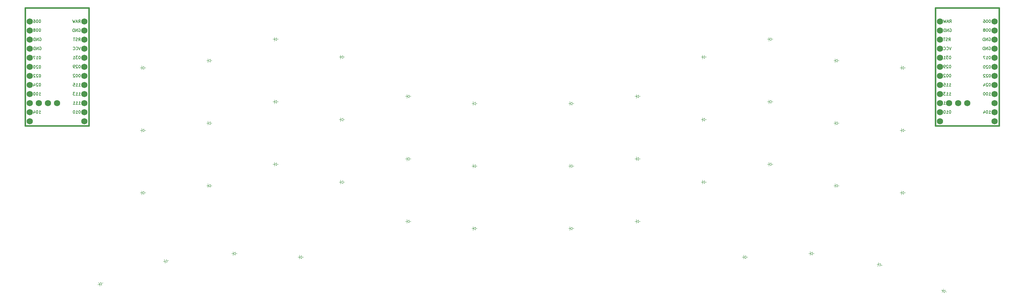
<source format=gbr>
%TF.GenerationSoftware,KiCad,Pcbnew,8.0.4*%
%TF.CreationDate,2024-08-22T13:40:17+01:00*%
%TF.ProjectId,TEST combine v2 left and right,54455354-2063-46f6-9d62-696e65207632,rev?*%
%TF.SameCoordinates,Original*%
%TF.FileFunction,Legend,Bot*%
%TF.FilePolarity,Positive*%
%FSLAX46Y46*%
G04 Gerber Fmt 4.6, Leading zero omitted, Abs format (unit mm)*
G04 Created by KiCad (PCBNEW 8.0.4) date 2024-08-22 13:40:17*
%MOMM*%
%LPD*%
G01*
G04 APERTURE LIST*
%ADD10C,0.150000*%
%ADD11C,0.100000*%
%ADD12C,0.381000*%
%ADD13C,1.752600*%
G04 APERTURE END LIST*
D10*
X290237189Y-66562296D02*
X290160999Y-66562296D01*
X290160999Y-66562296D02*
X290084808Y-66600391D01*
X290084808Y-66600391D02*
X290046713Y-66638486D01*
X290046713Y-66638486D02*
X290008618Y-66714677D01*
X290008618Y-66714677D02*
X289970523Y-66867058D01*
X289970523Y-66867058D02*
X289970523Y-67057534D01*
X289970523Y-67057534D02*
X290008618Y-67209915D01*
X290008618Y-67209915D02*
X290046713Y-67286105D01*
X290046713Y-67286105D02*
X290084808Y-67324201D01*
X290084808Y-67324201D02*
X290160999Y-67362296D01*
X290160999Y-67362296D02*
X290237189Y-67362296D01*
X290237189Y-67362296D02*
X290313380Y-67324201D01*
X290313380Y-67324201D02*
X290351475Y-67286105D01*
X290351475Y-67286105D02*
X290389570Y-67209915D01*
X290389570Y-67209915D02*
X290427666Y-67057534D01*
X290427666Y-67057534D02*
X290427666Y-66867058D01*
X290427666Y-66867058D02*
X290389570Y-66714677D01*
X290389570Y-66714677D02*
X290351475Y-66638486D01*
X290351475Y-66638486D02*
X290313380Y-66600391D01*
X290313380Y-66600391D02*
X290237189Y-66562296D01*
X289665761Y-66638486D02*
X289627665Y-66600391D01*
X289627665Y-66600391D02*
X289551475Y-66562296D01*
X289551475Y-66562296D02*
X289360999Y-66562296D01*
X289360999Y-66562296D02*
X289284808Y-66600391D01*
X289284808Y-66600391D02*
X289246713Y-66638486D01*
X289246713Y-66638486D02*
X289208618Y-66714677D01*
X289208618Y-66714677D02*
X289208618Y-66790867D01*
X289208618Y-66790867D02*
X289246713Y-66905153D01*
X289246713Y-66905153D02*
X289703856Y-67362296D01*
X289703856Y-67362296D02*
X289208618Y-67362296D01*
X288903856Y-66638486D02*
X288865760Y-66600391D01*
X288865760Y-66600391D02*
X288789570Y-66562296D01*
X288789570Y-66562296D02*
X288599094Y-66562296D01*
X288599094Y-66562296D02*
X288522903Y-66600391D01*
X288522903Y-66600391D02*
X288484808Y-66638486D01*
X288484808Y-66638486D02*
X288446713Y-66714677D01*
X288446713Y-66714677D02*
X288446713Y-66790867D01*
X288446713Y-66790867D02*
X288484808Y-66905153D01*
X288484808Y-66905153D02*
X288941951Y-67362296D01*
X288941951Y-67362296D02*
X288446713Y-67362296D01*
X290237189Y-64062296D02*
X290160999Y-64062296D01*
X290160999Y-64062296D02*
X290084808Y-64100391D01*
X290084808Y-64100391D02*
X290046713Y-64138486D01*
X290046713Y-64138486D02*
X290008618Y-64214677D01*
X290008618Y-64214677D02*
X289970523Y-64367058D01*
X289970523Y-64367058D02*
X289970523Y-64557534D01*
X289970523Y-64557534D02*
X290008618Y-64709915D01*
X290008618Y-64709915D02*
X290046713Y-64786105D01*
X290046713Y-64786105D02*
X290084808Y-64824201D01*
X290084808Y-64824201D02*
X290160999Y-64862296D01*
X290160999Y-64862296D02*
X290237189Y-64862296D01*
X290237189Y-64862296D02*
X290313380Y-64824201D01*
X290313380Y-64824201D02*
X290351475Y-64786105D01*
X290351475Y-64786105D02*
X290389570Y-64709915D01*
X290389570Y-64709915D02*
X290427666Y-64557534D01*
X290427666Y-64557534D02*
X290427666Y-64367058D01*
X290427666Y-64367058D02*
X290389570Y-64214677D01*
X290389570Y-64214677D02*
X290351475Y-64138486D01*
X290351475Y-64138486D02*
X290313380Y-64100391D01*
X290313380Y-64100391D02*
X290237189Y-64062296D01*
X289665761Y-64138486D02*
X289627665Y-64100391D01*
X289627665Y-64100391D02*
X289551475Y-64062296D01*
X289551475Y-64062296D02*
X289360999Y-64062296D01*
X289360999Y-64062296D02*
X289284808Y-64100391D01*
X289284808Y-64100391D02*
X289246713Y-64138486D01*
X289246713Y-64138486D02*
X289208618Y-64214677D01*
X289208618Y-64214677D02*
X289208618Y-64290867D01*
X289208618Y-64290867D02*
X289246713Y-64405153D01*
X289246713Y-64405153D02*
X289703856Y-64862296D01*
X289703856Y-64862296D02*
X289208618Y-64862296D01*
X288713379Y-64062296D02*
X288637189Y-64062296D01*
X288637189Y-64062296D02*
X288560998Y-64100391D01*
X288560998Y-64100391D02*
X288522903Y-64138486D01*
X288522903Y-64138486D02*
X288484808Y-64214677D01*
X288484808Y-64214677D02*
X288446713Y-64367058D01*
X288446713Y-64367058D02*
X288446713Y-64557534D01*
X288446713Y-64557534D02*
X288484808Y-64709915D01*
X288484808Y-64709915D02*
X288522903Y-64786105D01*
X288522903Y-64786105D02*
X288560998Y-64824201D01*
X288560998Y-64824201D02*
X288637189Y-64862296D01*
X288637189Y-64862296D02*
X288713379Y-64862296D01*
X288713379Y-64862296D02*
X288789570Y-64824201D01*
X288789570Y-64824201D02*
X288827665Y-64786105D01*
X288827665Y-64786105D02*
X288865760Y-64709915D01*
X288865760Y-64709915D02*
X288903856Y-64557534D01*
X288903856Y-64557534D02*
X288903856Y-64367058D01*
X288903856Y-64367058D02*
X288865760Y-64214677D01*
X288865760Y-64214677D02*
X288827665Y-64138486D01*
X288827665Y-64138486D02*
X288789570Y-64100391D01*
X288789570Y-64100391D02*
X288713379Y-64062296D01*
X278978665Y-52092296D02*
X279245332Y-51711343D01*
X279435808Y-52092296D02*
X279435808Y-51292296D01*
X279435808Y-51292296D02*
X279131046Y-51292296D01*
X279131046Y-51292296D02*
X279054856Y-51330391D01*
X279054856Y-51330391D02*
X279016761Y-51368486D01*
X279016761Y-51368486D02*
X278978665Y-51444677D01*
X278978665Y-51444677D02*
X278978665Y-51558962D01*
X278978665Y-51558962D02*
X279016761Y-51635153D01*
X279016761Y-51635153D02*
X279054856Y-51673248D01*
X279054856Y-51673248D02*
X279131046Y-51711343D01*
X279131046Y-51711343D02*
X279435808Y-51711343D01*
X278673904Y-51863724D02*
X278292951Y-51863724D01*
X278750094Y-52092296D02*
X278483427Y-51292296D01*
X278483427Y-51292296D02*
X278216761Y-52092296D01*
X278026285Y-51292296D02*
X277835809Y-52092296D01*
X277835809Y-52092296D02*
X277683428Y-51520867D01*
X277683428Y-51520867D02*
X277531047Y-52092296D01*
X277531047Y-52092296D02*
X277340571Y-51292296D01*
X289970522Y-58950391D02*
X290046712Y-58912296D01*
X290046712Y-58912296D02*
X290160998Y-58912296D01*
X290160998Y-58912296D02*
X290275284Y-58950391D01*
X290275284Y-58950391D02*
X290351474Y-59026581D01*
X290351474Y-59026581D02*
X290389569Y-59102772D01*
X290389569Y-59102772D02*
X290427665Y-59255153D01*
X290427665Y-59255153D02*
X290427665Y-59369439D01*
X290427665Y-59369439D02*
X290389569Y-59521820D01*
X290389569Y-59521820D02*
X290351474Y-59598010D01*
X290351474Y-59598010D02*
X290275284Y-59674201D01*
X290275284Y-59674201D02*
X290160998Y-59712296D01*
X290160998Y-59712296D02*
X290084807Y-59712296D01*
X290084807Y-59712296D02*
X289970522Y-59674201D01*
X289970522Y-59674201D02*
X289932426Y-59636105D01*
X289932426Y-59636105D02*
X289932426Y-59369439D01*
X289932426Y-59369439D02*
X290084807Y-59369439D01*
X289589569Y-59712296D02*
X289589569Y-58912296D01*
X289589569Y-58912296D02*
X289132426Y-59712296D01*
X289132426Y-59712296D02*
X289132426Y-58912296D01*
X288751474Y-59712296D02*
X288751474Y-58912296D01*
X288751474Y-58912296D02*
X288560998Y-58912296D01*
X288560998Y-58912296D02*
X288446712Y-58950391D01*
X288446712Y-58950391D02*
X288370522Y-59026581D01*
X288370522Y-59026581D02*
X288332427Y-59102772D01*
X288332427Y-59102772D02*
X288294331Y-59255153D01*
X288294331Y-59255153D02*
X288294331Y-59369439D01*
X288294331Y-59369439D02*
X288332427Y-59521820D01*
X288332427Y-59521820D02*
X288370522Y-59598010D01*
X288370522Y-59598010D02*
X288446712Y-59674201D01*
X288446712Y-59674201D02*
X288560998Y-59712296D01*
X288560998Y-59712296D02*
X288751474Y-59712296D01*
X279054856Y-53870391D02*
X279131046Y-53832296D01*
X279131046Y-53832296D02*
X279245332Y-53832296D01*
X279245332Y-53832296D02*
X279359618Y-53870391D01*
X279359618Y-53870391D02*
X279435808Y-53946581D01*
X279435808Y-53946581D02*
X279473903Y-54022772D01*
X279473903Y-54022772D02*
X279511999Y-54175153D01*
X279511999Y-54175153D02*
X279511999Y-54289439D01*
X279511999Y-54289439D02*
X279473903Y-54441820D01*
X279473903Y-54441820D02*
X279435808Y-54518010D01*
X279435808Y-54518010D02*
X279359618Y-54594201D01*
X279359618Y-54594201D02*
X279245332Y-54632296D01*
X279245332Y-54632296D02*
X279169141Y-54632296D01*
X279169141Y-54632296D02*
X279054856Y-54594201D01*
X279054856Y-54594201D02*
X279016760Y-54556105D01*
X279016760Y-54556105D02*
X279016760Y-54289439D01*
X279016760Y-54289439D02*
X279169141Y-54289439D01*
X278673903Y-54632296D02*
X278673903Y-53832296D01*
X278673903Y-53832296D02*
X278216760Y-54632296D01*
X278216760Y-54632296D02*
X278216760Y-53832296D01*
X277835808Y-54632296D02*
X277835808Y-53832296D01*
X277835808Y-53832296D02*
X277645332Y-53832296D01*
X277645332Y-53832296D02*
X277531046Y-53870391D01*
X277531046Y-53870391D02*
X277454856Y-53946581D01*
X277454856Y-53946581D02*
X277416761Y-54022772D01*
X277416761Y-54022772D02*
X277378665Y-54175153D01*
X277378665Y-54175153D02*
X277378665Y-54289439D01*
X277378665Y-54289439D02*
X277416761Y-54441820D01*
X277416761Y-54441820D02*
X277454856Y-54518010D01*
X277454856Y-54518010D02*
X277531046Y-54594201D01*
X277531046Y-54594201D02*
X277645332Y-54632296D01*
X277645332Y-54632296D02*
X277835808Y-54632296D01*
X279162808Y-76692296D02*
X279086618Y-76692296D01*
X279086618Y-76692296D02*
X279010427Y-76730391D01*
X279010427Y-76730391D02*
X278972332Y-76768486D01*
X278972332Y-76768486D02*
X278934237Y-76844677D01*
X278934237Y-76844677D02*
X278896142Y-76997058D01*
X278896142Y-76997058D02*
X278896142Y-77187534D01*
X278896142Y-77187534D02*
X278934237Y-77339915D01*
X278934237Y-77339915D02*
X278972332Y-77416105D01*
X278972332Y-77416105D02*
X279010427Y-77454201D01*
X279010427Y-77454201D02*
X279086618Y-77492296D01*
X279086618Y-77492296D02*
X279162808Y-77492296D01*
X279162808Y-77492296D02*
X279238999Y-77454201D01*
X279238999Y-77454201D02*
X279277094Y-77416105D01*
X279277094Y-77416105D02*
X279315189Y-77339915D01*
X279315189Y-77339915D02*
X279353285Y-77187534D01*
X279353285Y-77187534D02*
X279353285Y-76997058D01*
X279353285Y-76997058D02*
X279315189Y-76844677D01*
X279315189Y-76844677D02*
X279277094Y-76768486D01*
X279277094Y-76768486D02*
X279238999Y-76730391D01*
X279238999Y-76730391D02*
X279162808Y-76692296D01*
X278134237Y-77492296D02*
X278591380Y-77492296D01*
X278362808Y-77492296D02*
X278362808Y-76692296D01*
X278362808Y-76692296D02*
X278438999Y-76806581D01*
X278438999Y-76806581D02*
X278515189Y-76882772D01*
X278515189Y-76882772D02*
X278591380Y-76920867D01*
X277638998Y-76692296D02*
X277562808Y-76692296D01*
X277562808Y-76692296D02*
X277486617Y-76730391D01*
X277486617Y-76730391D02*
X277448522Y-76768486D01*
X277448522Y-76768486D02*
X277410427Y-76844677D01*
X277410427Y-76844677D02*
X277372332Y-76997058D01*
X277372332Y-76997058D02*
X277372332Y-77187534D01*
X277372332Y-77187534D02*
X277410427Y-77339915D01*
X277410427Y-77339915D02*
X277448522Y-77416105D01*
X277448522Y-77416105D02*
X277486617Y-77454201D01*
X277486617Y-77454201D02*
X277562808Y-77492296D01*
X277562808Y-77492296D02*
X277638998Y-77492296D01*
X277638998Y-77492296D02*
X277715189Y-77454201D01*
X277715189Y-77454201D02*
X277753284Y-77416105D01*
X277753284Y-77416105D02*
X277791379Y-77339915D01*
X277791379Y-77339915D02*
X277829475Y-77187534D01*
X277829475Y-77187534D02*
X277829475Y-76997058D01*
X277829475Y-76997058D02*
X277791379Y-76844677D01*
X277791379Y-76844677D02*
X277753284Y-76768486D01*
X277753284Y-76768486D02*
X277715189Y-76730391D01*
X277715189Y-76730391D02*
X277638998Y-76692296D01*
X278896142Y-74952296D02*
X279353285Y-74952296D01*
X279124713Y-74952296D02*
X279124713Y-74152296D01*
X279124713Y-74152296D02*
X279200904Y-74266581D01*
X279200904Y-74266581D02*
X279277094Y-74342772D01*
X279277094Y-74342772D02*
X279353285Y-74380867D01*
X278134237Y-74952296D02*
X278591380Y-74952296D01*
X278362808Y-74952296D02*
X278362808Y-74152296D01*
X278362808Y-74152296D02*
X278438999Y-74266581D01*
X278438999Y-74266581D02*
X278515189Y-74342772D01*
X278515189Y-74342772D02*
X278591380Y-74380867D01*
X277372332Y-74952296D02*
X277829475Y-74952296D01*
X277600903Y-74952296D02*
X277600903Y-74152296D01*
X277600903Y-74152296D02*
X277677094Y-74266581D01*
X277677094Y-74266581D02*
X277753284Y-74342772D01*
X277753284Y-74342772D02*
X277829475Y-74380867D01*
X278750094Y-57172296D02*
X279016761Y-56791343D01*
X279207237Y-57172296D02*
X279207237Y-56372296D01*
X279207237Y-56372296D02*
X278902475Y-56372296D01*
X278902475Y-56372296D02*
X278826285Y-56410391D01*
X278826285Y-56410391D02*
X278788190Y-56448486D01*
X278788190Y-56448486D02*
X278750094Y-56524677D01*
X278750094Y-56524677D02*
X278750094Y-56638962D01*
X278750094Y-56638962D02*
X278788190Y-56715153D01*
X278788190Y-56715153D02*
X278826285Y-56753248D01*
X278826285Y-56753248D02*
X278902475Y-56791343D01*
X278902475Y-56791343D02*
X279207237Y-56791343D01*
X278445333Y-57134201D02*
X278331047Y-57172296D01*
X278331047Y-57172296D02*
X278140571Y-57172296D01*
X278140571Y-57172296D02*
X278064380Y-57134201D01*
X278064380Y-57134201D02*
X278026285Y-57096105D01*
X278026285Y-57096105D02*
X277988190Y-57019915D01*
X277988190Y-57019915D02*
X277988190Y-56943724D01*
X277988190Y-56943724D02*
X278026285Y-56867534D01*
X278026285Y-56867534D02*
X278064380Y-56829439D01*
X278064380Y-56829439D02*
X278140571Y-56791343D01*
X278140571Y-56791343D02*
X278292952Y-56753248D01*
X278292952Y-56753248D02*
X278369142Y-56715153D01*
X278369142Y-56715153D02*
X278407237Y-56677058D01*
X278407237Y-56677058D02*
X278445333Y-56600867D01*
X278445333Y-56600867D02*
X278445333Y-56524677D01*
X278445333Y-56524677D02*
X278407237Y-56448486D01*
X278407237Y-56448486D02*
X278369142Y-56410391D01*
X278369142Y-56410391D02*
X278292952Y-56372296D01*
X278292952Y-56372296D02*
X278102475Y-56372296D01*
X278102475Y-56372296D02*
X277988190Y-56410391D01*
X277759618Y-56372296D02*
X277302475Y-56372296D01*
X277531047Y-57172296D02*
X277531047Y-56372296D01*
X278896142Y-72412296D02*
X279353285Y-72412296D01*
X279124713Y-72412296D02*
X279124713Y-71612296D01*
X279124713Y-71612296D02*
X279200904Y-71726581D01*
X279200904Y-71726581D02*
X279277094Y-71802772D01*
X279277094Y-71802772D02*
X279353285Y-71840867D01*
X278134237Y-72412296D02*
X278591380Y-72412296D01*
X278362808Y-72412296D02*
X278362808Y-71612296D01*
X278362808Y-71612296D02*
X278438999Y-71726581D01*
X278438999Y-71726581D02*
X278515189Y-71802772D01*
X278515189Y-71802772D02*
X278591380Y-71840867D01*
X277867570Y-71612296D02*
X277372332Y-71612296D01*
X277372332Y-71612296D02*
X277638998Y-71917058D01*
X277638998Y-71917058D02*
X277524713Y-71917058D01*
X277524713Y-71917058D02*
X277448522Y-71955153D01*
X277448522Y-71955153D02*
X277410427Y-71993248D01*
X277410427Y-71993248D02*
X277372332Y-72069439D01*
X277372332Y-72069439D02*
X277372332Y-72259915D01*
X277372332Y-72259915D02*
X277410427Y-72336105D01*
X277410427Y-72336105D02*
X277448522Y-72374201D01*
X277448522Y-72374201D02*
X277524713Y-72412296D01*
X277524713Y-72412296D02*
X277753284Y-72412296D01*
X277753284Y-72412296D02*
X277829475Y-72374201D01*
X277829475Y-72374201D02*
X277867570Y-72336105D01*
X290237189Y-69072296D02*
X290160999Y-69072296D01*
X290160999Y-69072296D02*
X290084808Y-69110391D01*
X290084808Y-69110391D02*
X290046713Y-69148486D01*
X290046713Y-69148486D02*
X290008618Y-69224677D01*
X290008618Y-69224677D02*
X289970523Y-69377058D01*
X289970523Y-69377058D02*
X289970523Y-69567534D01*
X289970523Y-69567534D02*
X290008618Y-69719915D01*
X290008618Y-69719915D02*
X290046713Y-69796105D01*
X290046713Y-69796105D02*
X290084808Y-69834201D01*
X290084808Y-69834201D02*
X290160999Y-69872296D01*
X290160999Y-69872296D02*
X290237189Y-69872296D01*
X290237189Y-69872296D02*
X290313380Y-69834201D01*
X290313380Y-69834201D02*
X290351475Y-69796105D01*
X290351475Y-69796105D02*
X290389570Y-69719915D01*
X290389570Y-69719915D02*
X290427666Y-69567534D01*
X290427666Y-69567534D02*
X290427666Y-69377058D01*
X290427666Y-69377058D02*
X290389570Y-69224677D01*
X290389570Y-69224677D02*
X290351475Y-69148486D01*
X290351475Y-69148486D02*
X290313380Y-69110391D01*
X290313380Y-69110391D02*
X290237189Y-69072296D01*
X289665761Y-69148486D02*
X289627665Y-69110391D01*
X289627665Y-69110391D02*
X289551475Y-69072296D01*
X289551475Y-69072296D02*
X289360999Y-69072296D01*
X289360999Y-69072296D02*
X289284808Y-69110391D01*
X289284808Y-69110391D02*
X289246713Y-69148486D01*
X289246713Y-69148486D02*
X289208618Y-69224677D01*
X289208618Y-69224677D02*
X289208618Y-69300867D01*
X289208618Y-69300867D02*
X289246713Y-69415153D01*
X289246713Y-69415153D02*
X289703856Y-69872296D01*
X289703856Y-69872296D02*
X289208618Y-69872296D01*
X288522903Y-69338962D02*
X288522903Y-69872296D01*
X288713379Y-69034201D02*
X288903856Y-69605629D01*
X288903856Y-69605629D02*
X288408617Y-69605629D01*
X290237189Y-53762296D02*
X290160999Y-53762296D01*
X290160999Y-53762296D02*
X290084808Y-53800391D01*
X290084808Y-53800391D02*
X290046713Y-53838486D01*
X290046713Y-53838486D02*
X290008618Y-53914677D01*
X290008618Y-53914677D02*
X289970523Y-54067058D01*
X289970523Y-54067058D02*
X289970523Y-54257534D01*
X289970523Y-54257534D02*
X290008618Y-54409915D01*
X290008618Y-54409915D02*
X290046713Y-54486105D01*
X290046713Y-54486105D02*
X290084808Y-54524201D01*
X290084808Y-54524201D02*
X290160999Y-54562296D01*
X290160999Y-54562296D02*
X290237189Y-54562296D01*
X290237189Y-54562296D02*
X290313380Y-54524201D01*
X290313380Y-54524201D02*
X290351475Y-54486105D01*
X290351475Y-54486105D02*
X290389570Y-54409915D01*
X290389570Y-54409915D02*
X290427666Y-54257534D01*
X290427666Y-54257534D02*
X290427666Y-54067058D01*
X290427666Y-54067058D02*
X290389570Y-53914677D01*
X290389570Y-53914677D02*
X290351475Y-53838486D01*
X290351475Y-53838486D02*
X290313380Y-53800391D01*
X290313380Y-53800391D02*
X290237189Y-53762296D01*
X289475284Y-53762296D02*
X289399094Y-53762296D01*
X289399094Y-53762296D02*
X289322903Y-53800391D01*
X289322903Y-53800391D02*
X289284808Y-53838486D01*
X289284808Y-53838486D02*
X289246713Y-53914677D01*
X289246713Y-53914677D02*
X289208618Y-54067058D01*
X289208618Y-54067058D02*
X289208618Y-54257534D01*
X289208618Y-54257534D02*
X289246713Y-54409915D01*
X289246713Y-54409915D02*
X289284808Y-54486105D01*
X289284808Y-54486105D02*
X289322903Y-54524201D01*
X289322903Y-54524201D02*
X289399094Y-54562296D01*
X289399094Y-54562296D02*
X289475284Y-54562296D01*
X289475284Y-54562296D02*
X289551475Y-54524201D01*
X289551475Y-54524201D02*
X289589570Y-54486105D01*
X289589570Y-54486105D02*
X289627665Y-54409915D01*
X289627665Y-54409915D02*
X289665761Y-54257534D01*
X289665761Y-54257534D02*
X289665761Y-54067058D01*
X289665761Y-54067058D02*
X289627665Y-53914677D01*
X289627665Y-53914677D02*
X289589570Y-53838486D01*
X289589570Y-53838486D02*
X289551475Y-53800391D01*
X289551475Y-53800391D02*
X289475284Y-53762296D01*
X288751475Y-54105153D02*
X288827665Y-54067058D01*
X288827665Y-54067058D02*
X288865760Y-54028962D01*
X288865760Y-54028962D02*
X288903856Y-53952772D01*
X288903856Y-53952772D02*
X288903856Y-53914677D01*
X288903856Y-53914677D02*
X288865760Y-53838486D01*
X288865760Y-53838486D02*
X288827665Y-53800391D01*
X288827665Y-53800391D02*
X288751475Y-53762296D01*
X288751475Y-53762296D02*
X288599094Y-53762296D01*
X288599094Y-53762296D02*
X288522903Y-53800391D01*
X288522903Y-53800391D02*
X288484808Y-53838486D01*
X288484808Y-53838486D02*
X288446713Y-53914677D01*
X288446713Y-53914677D02*
X288446713Y-53952772D01*
X288446713Y-53952772D02*
X288484808Y-54028962D01*
X288484808Y-54028962D02*
X288522903Y-54067058D01*
X288522903Y-54067058D02*
X288599094Y-54105153D01*
X288599094Y-54105153D02*
X288751475Y-54105153D01*
X288751475Y-54105153D02*
X288827665Y-54143248D01*
X288827665Y-54143248D02*
X288865760Y-54181343D01*
X288865760Y-54181343D02*
X288903856Y-54257534D01*
X288903856Y-54257534D02*
X288903856Y-54409915D01*
X288903856Y-54409915D02*
X288865760Y-54486105D01*
X288865760Y-54486105D02*
X288827665Y-54524201D01*
X288827665Y-54524201D02*
X288751475Y-54562296D01*
X288751475Y-54562296D02*
X288599094Y-54562296D01*
X288599094Y-54562296D02*
X288522903Y-54524201D01*
X288522903Y-54524201D02*
X288484808Y-54486105D01*
X288484808Y-54486105D02*
X288446713Y-54409915D01*
X288446713Y-54409915D02*
X288446713Y-54257534D01*
X288446713Y-54257534D02*
X288484808Y-54181343D01*
X288484808Y-54181343D02*
X288522903Y-54143248D01*
X288522903Y-54143248D02*
X288599094Y-54105153D01*
X278896142Y-69872296D02*
X279353285Y-69872296D01*
X279124713Y-69872296D02*
X279124713Y-69072296D01*
X279124713Y-69072296D02*
X279200904Y-69186581D01*
X279200904Y-69186581D02*
X279277094Y-69262772D01*
X279277094Y-69262772D02*
X279353285Y-69300867D01*
X278134237Y-69872296D02*
X278591380Y-69872296D01*
X278362808Y-69872296D02*
X278362808Y-69072296D01*
X278362808Y-69072296D02*
X278438999Y-69186581D01*
X278438999Y-69186581D02*
X278515189Y-69262772D01*
X278515189Y-69262772D02*
X278591380Y-69300867D01*
X277410427Y-69072296D02*
X277791379Y-69072296D01*
X277791379Y-69072296D02*
X277829475Y-69453248D01*
X277829475Y-69453248D02*
X277791379Y-69415153D01*
X277791379Y-69415153D02*
X277715189Y-69377058D01*
X277715189Y-69377058D02*
X277524713Y-69377058D01*
X277524713Y-69377058D02*
X277448522Y-69415153D01*
X277448522Y-69415153D02*
X277410427Y-69453248D01*
X277410427Y-69453248D02*
X277372332Y-69529439D01*
X277372332Y-69529439D02*
X277372332Y-69719915D01*
X277372332Y-69719915D02*
X277410427Y-69796105D01*
X277410427Y-69796105D02*
X277448522Y-69834201D01*
X277448522Y-69834201D02*
X277524713Y-69872296D01*
X277524713Y-69872296D02*
X277715189Y-69872296D01*
X277715189Y-69872296D02*
X277791379Y-69834201D01*
X277791379Y-69834201D02*
X277829475Y-69796105D01*
X289970523Y-77492293D02*
X290427666Y-77492293D01*
X290199094Y-77492293D02*
X290199094Y-76692293D01*
X290199094Y-76692293D02*
X290275285Y-76806578D01*
X290275285Y-76806578D02*
X290351475Y-76882769D01*
X290351475Y-76882769D02*
X290427666Y-76920864D01*
X289475284Y-76692293D02*
X289399094Y-76692293D01*
X289399094Y-76692293D02*
X289322903Y-76730388D01*
X289322903Y-76730388D02*
X289284808Y-76768483D01*
X289284808Y-76768483D02*
X289246713Y-76844674D01*
X289246713Y-76844674D02*
X289208618Y-76997055D01*
X289208618Y-76997055D02*
X289208618Y-77187531D01*
X289208618Y-77187531D02*
X289246713Y-77339912D01*
X289246713Y-77339912D02*
X289284808Y-77416102D01*
X289284808Y-77416102D02*
X289322903Y-77454198D01*
X289322903Y-77454198D02*
X289399094Y-77492293D01*
X289399094Y-77492293D02*
X289475284Y-77492293D01*
X289475284Y-77492293D02*
X289551475Y-77454198D01*
X289551475Y-77454198D02*
X289589570Y-77416102D01*
X289589570Y-77416102D02*
X289627665Y-77339912D01*
X289627665Y-77339912D02*
X289665761Y-77187531D01*
X289665761Y-77187531D02*
X289665761Y-76997055D01*
X289665761Y-76997055D02*
X289627665Y-76844674D01*
X289627665Y-76844674D02*
X289589570Y-76768483D01*
X289589570Y-76768483D02*
X289551475Y-76730388D01*
X289551475Y-76730388D02*
X289475284Y-76692293D01*
X288522903Y-76958959D02*
X288522903Y-77492293D01*
X288713379Y-76654198D02*
X288903856Y-77225626D01*
X288903856Y-77225626D02*
X288408617Y-77225626D01*
X279162808Y-66532296D02*
X279086618Y-66532296D01*
X279086618Y-66532296D02*
X279010427Y-66570391D01*
X279010427Y-66570391D02*
X278972332Y-66608486D01*
X278972332Y-66608486D02*
X278934237Y-66684677D01*
X278934237Y-66684677D02*
X278896142Y-66837058D01*
X278896142Y-66837058D02*
X278896142Y-67027534D01*
X278896142Y-67027534D02*
X278934237Y-67179915D01*
X278934237Y-67179915D02*
X278972332Y-67256105D01*
X278972332Y-67256105D02*
X279010427Y-67294201D01*
X279010427Y-67294201D02*
X279086618Y-67332296D01*
X279086618Y-67332296D02*
X279162808Y-67332296D01*
X279162808Y-67332296D02*
X279238999Y-67294201D01*
X279238999Y-67294201D02*
X279277094Y-67256105D01*
X279277094Y-67256105D02*
X279315189Y-67179915D01*
X279315189Y-67179915D02*
X279353285Y-67027534D01*
X279353285Y-67027534D02*
X279353285Y-66837058D01*
X279353285Y-66837058D02*
X279315189Y-66684677D01*
X279315189Y-66684677D02*
X279277094Y-66608486D01*
X279277094Y-66608486D02*
X279238999Y-66570391D01*
X279238999Y-66570391D02*
X279162808Y-66532296D01*
X278400903Y-66532296D02*
X278324713Y-66532296D01*
X278324713Y-66532296D02*
X278248522Y-66570391D01*
X278248522Y-66570391D02*
X278210427Y-66608486D01*
X278210427Y-66608486D02*
X278172332Y-66684677D01*
X278172332Y-66684677D02*
X278134237Y-66837058D01*
X278134237Y-66837058D02*
X278134237Y-67027534D01*
X278134237Y-67027534D02*
X278172332Y-67179915D01*
X278172332Y-67179915D02*
X278210427Y-67256105D01*
X278210427Y-67256105D02*
X278248522Y-67294201D01*
X278248522Y-67294201D02*
X278324713Y-67332296D01*
X278324713Y-67332296D02*
X278400903Y-67332296D01*
X278400903Y-67332296D02*
X278477094Y-67294201D01*
X278477094Y-67294201D02*
X278515189Y-67256105D01*
X278515189Y-67256105D02*
X278553284Y-67179915D01*
X278553284Y-67179915D02*
X278591380Y-67027534D01*
X278591380Y-67027534D02*
X278591380Y-66837058D01*
X278591380Y-66837058D02*
X278553284Y-66684677D01*
X278553284Y-66684677D02*
X278515189Y-66608486D01*
X278515189Y-66608486D02*
X278477094Y-66570391D01*
X278477094Y-66570391D02*
X278400903Y-66532296D01*
X277829475Y-66608486D02*
X277791379Y-66570391D01*
X277791379Y-66570391D02*
X277715189Y-66532296D01*
X277715189Y-66532296D02*
X277524713Y-66532296D01*
X277524713Y-66532296D02*
X277448522Y-66570391D01*
X277448522Y-66570391D02*
X277410427Y-66608486D01*
X277410427Y-66608486D02*
X277372332Y-66684677D01*
X277372332Y-66684677D02*
X277372332Y-66760867D01*
X277372332Y-66760867D02*
X277410427Y-66875153D01*
X277410427Y-66875153D02*
X277867570Y-67332296D01*
X277867570Y-67332296D02*
X277372332Y-67332296D01*
X289970523Y-56410391D02*
X290046713Y-56372296D01*
X290046713Y-56372296D02*
X290160999Y-56372296D01*
X290160999Y-56372296D02*
X290275285Y-56410391D01*
X290275285Y-56410391D02*
X290351475Y-56486581D01*
X290351475Y-56486581D02*
X290389570Y-56562772D01*
X290389570Y-56562772D02*
X290427666Y-56715153D01*
X290427666Y-56715153D02*
X290427666Y-56829439D01*
X290427666Y-56829439D02*
X290389570Y-56981820D01*
X290389570Y-56981820D02*
X290351475Y-57058010D01*
X290351475Y-57058010D02*
X290275285Y-57134201D01*
X290275285Y-57134201D02*
X290160999Y-57172296D01*
X290160999Y-57172296D02*
X290084808Y-57172296D01*
X290084808Y-57172296D02*
X289970523Y-57134201D01*
X289970523Y-57134201D02*
X289932427Y-57096105D01*
X289932427Y-57096105D02*
X289932427Y-56829439D01*
X289932427Y-56829439D02*
X290084808Y-56829439D01*
X289589570Y-57172296D02*
X289589570Y-56372296D01*
X289589570Y-56372296D02*
X289132427Y-57172296D01*
X289132427Y-57172296D02*
X289132427Y-56372296D01*
X288751475Y-57172296D02*
X288751475Y-56372296D01*
X288751475Y-56372296D02*
X288560999Y-56372296D01*
X288560999Y-56372296D02*
X288446713Y-56410391D01*
X288446713Y-56410391D02*
X288370523Y-56486581D01*
X288370523Y-56486581D02*
X288332428Y-56562772D01*
X288332428Y-56562772D02*
X288294332Y-56715153D01*
X288294332Y-56715153D02*
X288294332Y-56829439D01*
X288294332Y-56829439D02*
X288332428Y-56981820D01*
X288332428Y-56981820D02*
X288370523Y-57058010D01*
X288370523Y-57058010D02*
X288446713Y-57134201D01*
X288446713Y-57134201D02*
X288560999Y-57172296D01*
X288560999Y-57172296D02*
X288751475Y-57172296D01*
X289970523Y-72412296D02*
X290427666Y-72412296D01*
X290199094Y-72412296D02*
X290199094Y-71612296D01*
X290199094Y-71612296D02*
X290275285Y-71726581D01*
X290275285Y-71726581D02*
X290351475Y-71802772D01*
X290351475Y-71802772D02*
X290427666Y-71840867D01*
X289475284Y-71612296D02*
X289399094Y-71612296D01*
X289399094Y-71612296D02*
X289322903Y-71650391D01*
X289322903Y-71650391D02*
X289284808Y-71688486D01*
X289284808Y-71688486D02*
X289246713Y-71764677D01*
X289246713Y-71764677D02*
X289208618Y-71917058D01*
X289208618Y-71917058D02*
X289208618Y-72107534D01*
X289208618Y-72107534D02*
X289246713Y-72259915D01*
X289246713Y-72259915D02*
X289284808Y-72336105D01*
X289284808Y-72336105D02*
X289322903Y-72374201D01*
X289322903Y-72374201D02*
X289399094Y-72412296D01*
X289399094Y-72412296D02*
X289475284Y-72412296D01*
X289475284Y-72412296D02*
X289551475Y-72374201D01*
X289551475Y-72374201D02*
X289589570Y-72336105D01*
X289589570Y-72336105D02*
X289627665Y-72259915D01*
X289627665Y-72259915D02*
X289665761Y-72107534D01*
X289665761Y-72107534D02*
X289665761Y-71917058D01*
X289665761Y-71917058D02*
X289627665Y-71764677D01*
X289627665Y-71764677D02*
X289589570Y-71688486D01*
X289589570Y-71688486D02*
X289551475Y-71650391D01*
X289551475Y-71650391D02*
X289475284Y-71612296D01*
X288713379Y-71612296D02*
X288637189Y-71612296D01*
X288637189Y-71612296D02*
X288560998Y-71650391D01*
X288560998Y-71650391D02*
X288522903Y-71688486D01*
X288522903Y-71688486D02*
X288484808Y-71764677D01*
X288484808Y-71764677D02*
X288446713Y-71917058D01*
X288446713Y-71917058D02*
X288446713Y-72107534D01*
X288446713Y-72107534D02*
X288484808Y-72259915D01*
X288484808Y-72259915D02*
X288522903Y-72336105D01*
X288522903Y-72336105D02*
X288560998Y-72374201D01*
X288560998Y-72374201D02*
X288637189Y-72412296D01*
X288637189Y-72412296D02*
X288713379Y-72412296D01*
X288713379Y-72412296D02*
X288789570Y-72374201D01*
X288789570Y-72374201D02*
X288827665Y-72336105D01*
X288827665Y-72336105D02*
X288865760Y-72259915D01*
X288865760Y-72259915D02*
X288903856Y-72107534D01*
X288903856Y-72107534D02*
X288903856Y-71917058D01*
X288903856Y-71917058D02*
X288865760Y-71764677D01*
X288865760Y-71764677D02*
X288827665Y-71688486D01*
X288827665Y-71688486D02*
X288789570Y-71650391D01*
X288789570Y-71650391D02*
X288713379Y-71612296D01*
X290237189Y-61462296D02*
X290160999Y-61462296D01*
X290160999Y-61462296D02*
X290084808Y-61500391D01*
X290084808Y-61500391D02*
X290046713Y-61538486D01*
X290046713Y-61538486D02*
X290008618Y-61614677D01*
X290008618Y-61614677D02*
X289970523Y-61767058D01*
X289970523Y-61767058D02*
X289970523Y-61957534D01*
X289970523Y-61957534D02*
X290008618Y-62109915D01*
X290008618Y-62109915D02*
X290046713Y-62186105D01*
X290046713Y-62186105D02*
X290084808Y-62224201D01*
X290084808Y-62224201D02*
X290160999Y-62262296D01*
X290160999Y-62262296D02*
X290237189Y-62262296D01*
X290237189Y-62262296D02*
X290313380Y-62224201D01*
X290313380Y-62224201D02*
X290351475Y-62186105D01*
X290351475Y-62186105D02*
X290389570Y-62109915D01*
X290389570Y-62109915D02*
X290427666Y-61957534D01*
X290427666Y-61957534D02*
X290427666Y-61767058D01*
X290427666Y-61767058D02*
X290389570Y-61614677D01*
X290389570Y-61614677D02*
X290351475Y-61538486D01*
X290351475Y-61538486D02*
X290313380Y-61500391D01*
X290313380Y-61500391D02*
X290237189Y-61462296D01*
X289208618Y-62262296D02*
X289665761Y-62262296D01*
X289437189Y-62262296D02*
X289437189Y-61462296D01*
X289437189Y-61462296D02*
X289513380Y-61576581D01*
X289513380Y-61576581D02*
X289589570Y-61652772D01*
X289589570Y-61652772D02*
X289665761Y-61690867D01*
X288941951Y-61462296D02*
X288408617Y-61462296D01*
X288408617Y-61462296D02*
X288751475Y-62262296D01*
X279429475Y-58912296D02*
X279162808Y-59712296D01*
X279162808Y-59712296D02*
X278896142Y-58912296D01*
X278172332Y-59636105D02*
X278210428Y-59674201D01*
X278210428Y-59674201D02*
X278324713Y-59712296D01*
X278324713Y-59712296D02*
X278400904Y-59712296D01*
X278400904Y-59712296D02*
X278515190Y-59674201D01*
X278515190Y-59674201D02*
X278591380Y-59598010D01*
X278591380Y-59598010D02*
X278629475Y-59521820D01*
X278629475Y-59521820D02*
X278667571Y-59369439D01*
X278667571Y-59369439D02*
X278667571Y-59255153D01*
X278667571Y-59255153D02*
X278629475Y-59102772D01*
X278629475Y-59102772D02*
X278591380Y-59026581D01*
X278591380Y-59026581D02*
X278515190Y-58950391D01*
X278515190Y-58950391D02*
X278400904Y-58912296D01*
X278400904Y-58912296D02*
X278324713Y-58912296D01*
X278324713Y-58912296D02*
X278210428Y-58950391D01*
X278210428Y-58950391D02*
X278172332Y-58988486D01*
X277372332Y-59636105D02*
X277410428Y-59674201D01*
X277410428Y-59674201D02*
X277524713Y-59712296D01*
X277524713Y-59712296D02*
X277600904Y-59712296D01*
X277600904Y-59712296D02*
X277715190Y-59674201D01*
X277715190Y-59674201D02*
X277791380Y-59598010D01*
X277791380Y-59598010D02*
X277829475Y-59521820D01*
X277829475Y-59521820D02*
X277867571Y-59369439D01*
X277867571Y-59369439D02*
X277867571Y-59255153D01*
X277867571Y-59255153D02*
X277829475Y-59102772D01*
X277829475Y-59102772D02*
X277791380Y-59026581D01*
X277791380Y-59026581D02*
X277715190Y-58950391D01*
X277715190Y-58950391D02*
X277600904Y-58912296D01*
X277600904Y-58912296D02*
X277524713Y-58912296D01*
X277524713Y-58912296D02*
X277410428Y-58950391D01*
X277410428Y-58950391D02*
X277372332Y-58988486D01*
X290237189Y-51292296D02*
X290160999Y-51292296D01*
X290160999Y-51292296D02*
X290084808Y-51330391D01*
X290084808Y-51330391D02*
X290046713Y-51368486D01*
X290046713Y-51368486D02*
X290008618Y-51444677D01*
X290008618Y-51444677D02*
X289970523Y-51597058D01*
X289970523Y-51597058D02*
X289970523Y-51787534D01*
X289970523Y-51787534D02*
X290008618Y-51939915D01*
X290008618Y-51939915D02*
X290046713Y-52016105D01*
X290046713Y-52016105D02*
X290084808Y-52054201D01*
X290084808Y-52054201D02*
X290160999Y-52092296D01*
X290160999Y-52092296D02*
X290237189Y-52092296D01*
X290237189Y-52092296D02*
X290313380Y-52054201D01*
X290313380Y-52054201D02*
X290351475Y-52016105D01*
X290351475Y-52016105D02*
X290389570Y-51939915D01*
X290389570Y-51939915D02*
X290427666Y-51787534D01*
X290427666Y-51787534D02*
X290427666Y-51597058D01*
X290427666Y-51597058D02*
X290389570Y-51444677D01*
X290389570Y-51444677D02*
X290351475Y-51368486D01*
X290351475Y-51368486D02*
X290313380Y-51330391D01*
X290313380Y-51330391D02*
X290237189Y-51292296D01*
X289475284Y-51292296D02*
X289399094Y-51292296D01*
X289399094Y-51292296D02*
X289322903Y-51330391D01*
X289322903Y-51330391D02*
X289284808Y-51368486D01*
X289284808Y-51368486D02*
X289246713Y-51444677D01*
X289246713Y-51444677D02*
X289208618Y-51597058D01*
X289208618Y-51597058D02*
X289208618Y-51787534D01*
X289208618Y-51787534D02*
X289246713Y-51939915D01*
X289246713Y-51939915D02*
X289284808Y-52016105D01*
X289284808Y-52016105D02*
X289322903Y-52054201D01*
X289322903Y-52054201D02*
X289399094Y-52092296D01*
X289399094Y-52092296D02*
X289475284Y-52092296D01*
X289475284Y-52092296D02*
X289551475Y-52054201D01*
X289551475Y-52054201D02*
X289589570Y-52016105D01*
X289589570Y-52016105D02*
X289627665Y-51939915D01*
X289627665Y-51939915D02*
X289665761Y-51787534D01*
X289665761Y-51787534D02*
X289665761Y-51597058D01*
X289665761Y-51597058D02*
X289627665Y-51444677D01*
X289627665Y-51444677D02*
X289589570Y-51368486D01*
X289589570Y-51368486D02*
X289551475Y-51330391D01*
X289551475Y-51330391D02*
X289475284Y-51292296D01*
X288522903Y-51292296D02*
X288675284Y-51292296D01*
X288675284Y-51292296D02*
X288751475Y-51330391D01*
X288751475Y-51330391D02*
X288789570Y-51368486D01*
X288789570Y-51368486D02*
X288865760Y-51482772D01*
X288865760Y-51482772D02*
X288903856Y-51635153D01*
X288903856Y-51635153D02*
X288903856Y-51939915D01*
X288903856Y-51939915D02*
X288865760Y-52016105D01*
X288865760Y-52016105D02*
X288827665Y-52054201D01*
X288827665Y-52054201D02*
X288751475Y-52092296D01*
X288751475Y-52092296D02*
X288599094Y-52092296D01*
X288599094Y-52092296D02*
X288522903Y-52054201D01*
X288522903Y-52054201D02*
X288484808Y-52016105D01*
X288484808Y-52016105D02*
X288446713Y-51939915D01*
X288446713Y-51939915D02*
X288446713Y-51749439D01*
X288446713Y-51749439D02*
X288484808Y-51673248D01*
X288484808Y-51673248D02*
X288522903Y-51635153D01*
X288522903Y-51635153D02*
X288599094Y-51597058D01*
X288599094Y-51597058D02*
X288751475Y-51597058D01*
X288751475Y-51597058D02*
X288827665Y-51635153D01*
X288827665Y-51635153D02*
X288865760Y-51673248D01*
X288865760Y-51673248D02*
X288903856Y-51749439D01*
X279162808Y-63992296D02*
X279086618Y-63992296D01*
X279086618Y-63992296D02*
X279010427Y-64030391D01*
X279010427Y-64030391D02*
X278972332Y-64068486D01*
X278972332Y-64068486D02*
X278934237Y-64144677D01*
X278934237Y-64144677D02*
X278896142Y-64297058D01*
X278896142Y-64297058D02*
X278896142Y-64487534D01*
X278896142Y-64487534D02*
X278934237Y-64639915D01*
X278934237Y-64639915D02*
X278972332Y-64716105D01*
X278972332Y-64716105D02*
X279010427Y-64754201D01*
X279010427Y-64754201D02*
X279086618Y-64792296D01*
X279086618Y-64792296D02*
X279162808Y-64792296D01*
X279162808Y-64792296D02*
X279238999Y-64754201D01*
X279238999Y-64754201D02*
X279277094Y-64716105D01*
X279277094Y-64716105D02*
X279315189Y-64639915D01*
X279315189Y-64639915D02*
X279353285Y-64487534D01*
X279353285Y-64487534D02*
X279353285Y-64297058D01*
X279353285Y-64297058D02*
X279315189Y-64144677D01*
X279315189Y-64144677D02*
X279277094Y-64068486D01*
X279277094Y-64068486D02*
X279238999Y-64030391D01*
X279238999Y-64030391D02*
X279162808Y-63992296D01*
X278591380Y-64068486D02*
X278553284Y-64030391D01*
X278553284Y-64030391D02*
X278477094Y-63992296D01*
X278477094Y-63992296D02*
X278286618Y-63992296D01*
X278286618Y-63992296D02*
X278210427Y-64030391D01*
X278210427Y-64030391D02*
X278172332Y-64068486D01*
X278172332Y-64068486D02*
X278134237Y-64144677D01*
X278134237Y-64144677D02*
X278134237Y-64220867D01*
X278134237Y-64220867D02*
X278172332Y-64335153D01*
X278172332Y-64335153D02*
X278629475Y-64792296D01*
X278629475Y-64792296D02*
X278134237Y-64792296D01*
X277753284Y-64792296D02*
X277600903Y-64792296D01*
X277600903Y-64792296D02*
X277524713Y-64754201D01*
X277524713Y-64754201D02*
X277486617Y-64716105D01*
X277486617Y-64716105D02*
X277410427Y-64601820D01*
X277410427Y-64601820D02*
X277372332Y-64449439D01*
X277372332Y-64449439D02*
X277372332Y-64144677D01*
X277372332Y-64144677D02*
X277410427Y-64068486D01*
X277410427Y-64068486D02*
X277448522Y-64030391D01*
X277448522Y-64030391D02*
X277524713Y-63992296D01*
X277524713Y-63992296D02*
X277677094Y-63992296D01*
X277677094Y-63992296D02*
X277753284Y-64030391D01*
X277753284Y-64030391D02*
X277791379Y-64068486D01*
X277791379Y-64068486D02*
X277829475Y-64144677D01*
X277829475Y-64144677D02*
X277829475Y-64335153D01*
X277829475Y-64335153D02*
X277791379Y-64411343D01*
X277791379Y-64411343D02*
X277753284Y-64449439D01*
X277753284Y-64449439D02*
X277677094Y-64487534D01*
X277677094Y-64487534D02*
X277524713Y-64487534D01*
X277524713Y-64487534D02*
X277448522Y-64449439D01*
X277448522Y-64449439D02*
X277410427Y-64411343D01*
X277410427Y-64411343D02*
X277372332Y-64335153D01*
X279162808Y-61452296D02*
X279086618Y-61452296D01*
X279086618Y-61452296D02*
X279010427Y-61490391D01*
X279010427Y-61490391D02*
X278972332Y-61528486D01*
X278972332Y-61528486D02*
X278934237Y-61604677D01*
X278934237Y-61604677D02*
X278896142Y-61757058D01*
X278896142Y-61757058D02*
X278896142Y-61947534D01*
X278896142Y-61947534D02*
X278934237Y-62099915D01*
X278934237Y-62099915D02*
X278972332Y-62176105D01*
X278972332Y-62176105D02*
X279010427Y-62214201D01*
X279010427Y-62214201D02*
X279086618Y-62252296D01*
X279086618Y-62252296D02*
X279162808Y-62252296D01*
X279162808Y-62252296D02*
X279238999Y-62214201D01*
X279238999Y-62214201D02*
X279277094Y-62176105D01*
X279277094Y-62176105D02*
X279315189Y-62099915D01*
X279315189Y-62099915D02*
X279353285Y-61947534D01*
X279353285Y-61947534D02*
X279353285Y-61757058D01*
X279353285Y-61757058D02*
X279315189Y-61604677D01*
X279315189Y-61604677D02*
X279277094Y-61528486D01*
X279277094Y-61528486D02*
X279238999Y-61490391D01*
X279238999Y-61490391D02*
X279162808Y-61452296D01*
X278629475Y-61452296D02*
X278134237Y-61452296D01*
X278134237Y-61452296D02*
X278400903Y-61757058D01*
X278400903Y-61757058D02*
X278286618Y-61757058D01*
X278286618Y-61757058D02*
X278210427Y-61795153D01*
X278210427Y-61795153D02*
X278172332Y-61833248D01*
X278172332Y-61833248D02*
X278134237Y-61909439D01*
X278134237Y-61909439D02*
X278134237Y-62099915D01*
X278134237Y-62099915D02*
X278172332Y-62176105D01*
X278172332Y-62176105D02*
X278210427Y-62214201D01*
X278210427Y-62214201D02*
X278286618Y-62252296D01*
X278286618Y-62252296D02*
X278515189Y-62252296D01*
X278515189Y-62252296D02*
X278591380Y-62214201D01*
X278591380Y-62214201D02*
X278629475Y-62176105D01*
X277372332Y-62252296D02*
X277829475Y-62252296D01*
X277600903Y-62252296D02*
X277600903Y-61452296D01*
X277600903Y-61452296D02*
X277677094Y-61566581D01*
X277677094Y-61566581D02*
X277753284Y-61642772D01*
X277753284Y-61642772D02*
X277829475Y-61680867D01*
X36238986Y-76694090D02*
X36162796Y-76694090D01*
X36162796Y-76694090D02*
X36086605Y-76732185D01*
X36086605Y-76732185D02*
X36048510Y-76770280D01*
X36048510Y-76770280D02*
X36010415Y-76846471D01*
X36010415Y-76846471D02*
X35972320Y-76998852D01*
X35972320Y-76998852D02*
X35972320Y-77189328D01*
X35972320Y-77189328D02*
X36010415Y-77341709D01*
X36010415Y-77341709D02*
X36048510Y-77417899D01*
X36048510Y-77417899D02*
X36086605Y-77455995D01*
X36086605Y-77455995D02*
X36162796Y-77494090D01*
X36162796Y-77494090D02*
X36238986Y-77494090D01*
X36238986Y-77494090D02*
X36315177Y-77455995D01*
X36315177Y-77455995D02*
X36353272Y-77417899D01*
X36353272Y-77417899D02*
X36391367Y-77341709D01*
X36391367Y-77341709D02*
X36429463Y-77189328D01*
X36429463Y-77189328D02*
X36429463Y-76998852D01*
X36429463Y-76998852D02*
X36391367Y-76846471D01*
X36391367Y-76846471D02*
X36353272Y-76770280D01*
X36353272Y-76770280D02*
X36315177Y-76732185D01*
X36315177Y-76732185D02*
X36238986Y-76694090D01*
X35210415Y-77494090D02*
X35667558Y-77494090D01*
X35438986Y-77494090D02*
X35438986Y-76694090D01*
X35438986Y-76694090D02*
X35515177Y-76808375D01*
X35515177Y-76808375D02*
X35591367Y-76884566D01*
X35591367Y-76884566D02*
X35667558Y-76922661D01*
X34715176Y-76694090D02*
X34638986Y-76694090D01*
X34638986Y-76694090D02*
X34562795Y-76732185D01*
X34562795Y-76732185D02*
X34524700Y-76770280D01*
X34524700Y-76770280D02*
X34486605Y-76846471D01*
X34486605Y-76846471D02*
X34448510Y-76998852D01*
X34448510Y-76998852D02*
X34448510Y-77189328D01*
X34448510Y-77189328D02*
X34486605Y-77341709D01*
X34486605Y-77341709D02*
X34524700Y-77417899D01*
X34524700Y-77417899D02*
X34562795Y-77455995D01*
X34562795Y-77455995D02*
X34638986Y-77494090D01*
X34638986Y-77494090D02*
X34715176Y-77494090D01*
X34715176Y-77494090D02*
X34791367Y-77455995D01*
X34791367Y-77455995D02*
X34829462Y-77417899D01*
X34829462Y-77417899D02*
X34867557Y-77341709D01*
X34867557Y-77341709D02*
X34905653Y-77189328D01*
X34905653Y-77189328D02*
X34905653Y-76998852D01*
X34905653Y-76998852D02*
X34867557Y-76846471D01*
X34867557Y-76846471D02*
X34829462Y-76770280D01*
X34829462Y-76770280D02*
X34791367Y-76732185D01*
X34791367Y-76732185D02*
X34715176Y-76694090D01*
X25164605Y-64064090D02*
X25088415Y-64064090D01*
X25088415Y-64064090D02*
X25012224Y-64102185D01*
X25012224Y-64102185D02*
X24974129Y-64140280D01*
X24974129Y-64140280D02*
X24936034Y-64216471D01*
X24936034Y-64216471D02*
X24897939Y-64368852D01*
X24897939Y-64368852D02*
X24897939Y-64559328D01*
X24897939Y-64559328D02*
X24936034Y-64711709D01*
X24936034Y-64711709D02*
X24974129Y-64787899D01*
X24974129Y-64787899D02*
X25012224Y-64825995D01*
X25012224Y-64825995D02*
X25088415Y-64864090D01*
X25088415Y-64864090D02*
X25164605Y-64864090D01*
X25164605Y-64864090D02*
X25240796Y-64825995D01*
X25240796Y-64825995D02*
X25278891Y-64787899D01*
X25278891Y-64787899D02*
X25316986Y-64711709D01*
X25316986Y-64711709D02*
X25355082Y-64559328D01*
X25355082Y-64559328D02*
X25355082Y-64368852D01*
X25355082Y-64368852D02*
X25316986Y-64216471D01*
X25316986Y-64216471D02*
X25278891Y-64140280D01*
X25278891Y-64140280D02*
X25240796Y-64102185D01*
X25240796Y-64102185D02*
X25164605Y-64064090D01*
X24593177Y-64140280D02*
X24555081Y-64102185D01*
X24555081Y-64102185D02*
X24478891Y-64064090D01*
X24478891Y-64064090D02*
X24288415Y-64064090D01*
X24288415Y-64064090D02*
X24212224Y-64102185D01*
X24212224Y-64102185D02*
X24174129Y-64140280D01*
X24174129Y-64140280D02*
X24136034Y-64216471D01*
X24136034Y-64216471D02*
X24136034Y-64292661D01*
X24136034Y-64292661D02*
X24174129Y-64406947D01*
X24174129Y-64406947D02*
X24631272Y-64864090D01*
X24631272Y-64864090D02*
X24136034Y-64864090D01*
X23640795Y-64064090D02*
X23564605Y-64064090D01*
X23564605Y-64064090D02*
X23488414Y-64102185D01*
X23488414Y-64102185D02*
X23450319Y-64140280D01*
X23450319Y-64140280D02*
X23412224Y-64216471D01*
X23412224Y-64216471D02*
X23374129Y-64368852D01*
X23374129Y-64368852D02*
X23374129Y-64559328D01*
X23374129Y-64559328D02*
X23412224Y-64711709D01*
X23412224Y-64711709D02*
X23450319Y-64787899D01*
X23450319Y-64787899D02*
X23488414Y-64825995D01*
X23488414Y-64825995D02*
X23564605Y-64864090D01*
X23564605Y-64864090D02*
X23640795Y-64864090D01*
X23640795Y-64864090D02*
X23716986Y-64825995D01*
X23716986Y-64825995D02*
X23755081Y-64787899D01*
X23755081Y-64787899D02*
X23793176Y-64711709D01*
X23793176Y-64711709D02*
X23831272Y-64559328D01*
X23831272Y-64559328D02*
X23831272Y-64368852D01*
X23831272Y-64368852D02*
X23793176Y-64216471D01*
X23793176Y-64216471D02*
X23755081Y-64140280D01*
X23755081Y-64140280D02*
X23716986Y-64102185D01*
X23716986Y-64102185D02*
X23640795Y-64064090D01*
X25164605Y-51294090D02*
X25088415Y-51294090D01*
X25088415Y-51294090D02*
X25012224Y-51332185D01*
X25012224Y-51332185D02*
X24974129Y-51370280D01*
X24974129Y-51370280D02*
X24936034Y-51446471D01*
X24936034Y-51446471D02*
X24897939Y-51598852D01*
X24897939Y-51598852D02*
X24897939Y-51789328D01*
X24897939Y-51789328D02*
X24936034Y-51941709D01*
X24936034Y-51941709D02*
X24974129Y-52017899D01*
X24974129Y-52017899D02*
X25012224Y-52055995D01*
X25012224Y-52055995D02*
X25088415Y-52094090D01*
X25088415Y-52094090D02*
X25164605Y-52094090D01*
X25164605Y-52094090D02*
X25240796Y-52055995D01*
X25240796Y-52055995D02*
X25278891Y-52017899D01*
X25278891Y-52017899D02*
X25316986Y-51941709D01*
X25316986Y-51941709D02*
X25355082Y-51789328D01*
X25355082Y-51789328D02*
X25355082Y-51598852D01*
X25355082Y-51598852D02*
X25316986Y-51446471D01*
X25316986Y-51446471D02*
X25278891Y-51370280D01*
X25278891Y-51370280D02*
X25240796Y-51332185D01*
X25240796Y-51332185D02*
X25164605Y-51294090D01*
X24402700Y-51294090D02*
X24326510Y-51294090D01*
X24326510Y-51294090D02*
X24250319Y-51332185D01*
X24250319Y-51332185D02*
X24212224Y-51370280D01*
X24212224Y-51370280D02*
X24174129Y-51446471D01*
X24174129Y-51446471D02*
X24136034Y-51598852D01*
X24136034Y-51598852D02*
X24136034Y-51789328D01*
X24136034Y-51789328D02*
X24174129Y-51941709D01*
X24174129Y-51941709D02*
X24212224Y-52017899D01*
X24212224Y-52017899D02*
X24250319Y-52055995D01*
X24250319Y-52055995D02*
X24326510Y-52094090D01*
X24326510Y-52094090D02*
X24402700Y-52094090D01*
X24402700Y-52094090D02*
X24478891Y-52055995D01*
X24478891Y-52055995D02*
X24516986Y-52017899D01*
X24516986Y-52017899D02*
X24555081Y-51941709D01*
X24555081Y-51941709D02*
X24593177Y-51789328D01*
X24593177Y-51789328D02*
X24593177Y-51598852D01*
X24593177Y-51598852D02*
X24555081Y-51446471D01*
X24555081Y-51446471D02*
X24516986Y-51370280D01*
X24516986Y-51370280D02*
X24478891Y-51332185D01*
X24478891Y-51332185D02*
X24402700Y-51294090D01*
X23450319Y-51294090D02*
X23602700Y-51294090D01*
X23602700Y-51294090D02*
X23678891Y-51332185D01*
X23678891Y-51332185D02*
X23716986Y-51370280D01*
X23716986Y-51370280D02*
X23793176Y-51484566D01*
X23793176Y-51484566D02*
X23831272Y-51636947D01*
X23831272Y-51636947D02*
X23831272Y-51941709D01*
X23831272Y-51941709D02*
X23793176Y-52017899D01*
X23793176Y-52017899D02*
X23755081Y-52055995D01*
X23755081Y-52055995D02*
X23678891Y-52094090D01*
X23678891Y-52094090D02*
X23526510Y-52094090D01*
X23526510Y-52094090D02*
X23450319Y-52055995D01*
X23450319Y-52055995D02*
X23412224Y-52017899D01*
X23412224Y-52017899D02*
X23374129Y-51941709D01*
X23374129Y-51941709D02*
X23374129Y-51751233D01*
X23374129Y-51751233D02*
X23412224Y-51675042D01*
X23412224Y-51675042D02*
X23450319Y-51636947D01*
X23450319Y-51636947D02*
X23526510Y-51598852D01*
X23526510Y-51598852D02*
X23678891Y-51598852D01*
X23678891Y-51598852D02*
X23755081Y-51636947D01*
X23755081Y-51636947D02*
X23793176Y-51675042D01*
X23793176Y-51675042D02*
X23831272Y-51751233D01*
X36505653Y-58914090D02*
X36238986Y-59714090D01*
X36238986Y-59714090D02*
X35972320Y-58914090D01*
X35248510Y-59637899D02*
X35286606Y-59675995D01*
X35286606Y-59675995D02*
X35400891Y-59714090D01*
X35400891Y-59714090D02*
X35477082Y-59714090D01*
X35477082Y-59714090D02*
X35591368Y-59675995D01*
X35591368Y-59675995D02*
X35667558Y-59599804D01*
X35667558Y-59599804D02*
X35705653Y-59523614D01*
X35705653Y-59523614D02*
X35743749Y-59371233D01*
X35743749Y-59371233D02*
X35743749Y-59256947D01*
X35743749Y-59256947D02*
X35705653Y-59104566D01*
X35705653Y-59104566D02*
X35667558Y-59028375D01*
X35667558Y-59028375D02*
X35591368Y-58952185D01*
X35591368Y-58952185D02*
X35477082Y-58914090D01*
X35477082Y-58914090D02*
X35400891Y-58914090D01*
X35400891Y-58914090D02*
X35286606Y-58952185D01*
X35286606Y-58952185D02*
X35248510Y-58990280D01*
X34448510Y-59637899D02*
X34486606Y-59675995D01*
X34486606Y-59675995D02*
X34600891Y-59714090D01*
X34600891Y-59714090D02*
X34677082Y-59714090D01*
X34677082Y-59714090D02*
X34791368Y-59675995D01*
X34791368Y-59675995D02*
X34867558Y-59599804D01*
X34867558Y-59599804D02*
X34905653Y-59523614D01*
X34905653Y-59523614D02*
X34943749Y-59371233D01*
X34943749Y-59371233D02*
X34943749Y-59256947D01*
X34943749Y-59256947D02*
X34905653Y-59104566D01*
X34905653Y-59104566D02*
X34867558Y-59028375D01*
X34867558Y-59028375D02*
X34791368Y-58952185D01*
X34791368Y-58952185D02*
X34677082Y-58914090D01*
X34677082Y-58914090D02*
X34600891Y-58914090D01*
X34600891Y-58914090D02*
X34486606Y-58952185D01*
X34486606Y-58952185D02*
X34448510Y-58990280D01*
X25050319Y-56412185D02*
X25126509Y-56374090D01*
X25126509Y-56374090D02*
X25240795Y-56374090D01*
X25240795Y-56374090D02*
X25355081Y-56412185D01*
X25355081Y-56412185D02*
X25431271Y-56488375D01*
X25431271Y-56488375D02*
X25469366Y-56564566D01*
X25469366Y-56564566D02*
X25507462Y-56716947D01*
X25507462Y-56716947D02*
X25507462Y-56831233D01*
X25507462Y-56831233D02*
X25469366Y-56983614D01*
X25469366Y-56983614D02*
X25431271Y-57059804D01*
X25431271Y-57059804D02*
X25355081Y-57135995D01*
X25355081Y-57135995D02*
X25240795Y-57174090D01*
X25240795Y-57174090D02*
X25164604Y-57174090D01*
X25164604Y-57174090D02*
X25050319Y-57135995D01*
X25050319Y-57135995D02*
X25012223Y-57097899D01*
X25012223Y-57097899D02*
X25012223Y-56831233D01*
X25012223Y-56831233D02*
X25164604Y-56831233D01*
X24669366Y-57174090D02*
X24669366Y-56374090D01*
X24669366Y-56374090D02*
X24212223Y-57174090D01*
X24212223Y-57174090D02*
X24212223Y-56374090D01*
X23831271Y-57174090D02*
X23831271Y-56374090D01*
X23831271Y-56374090D02*
X23640795Y-56374090D01*
X23640795Y-56374090D02*
X23526509Y-56412185D01*
X23526509Y-56412185D02*
X23450319Y-56488375D01*
X23450319Y-56488375D02*
X23412224Y-56564566D01*
X23412224Y-56564566D02*
X23374128Y-56716947D01*
X23374128Y-56716947D02*
X23374128Y-56831233D01*
X23374128Y-56831233D02*
X23412224Y-56983614D01*
X23412224Y-56983614D02*
X23450319Y-57059804D01*
X23450319Y-57059804D02*
X23526509Y-57135995D01*
X23526509Y-57135995D02*
X23640795Y-57174090D01*
X23640795Y-57174090D02*
X23831271Y-57174090D01*
X25164605Y-53764090D02*
X25088415Y-53764090D01*
X25088415Y-53764090D02*
X25012224Y-53802185D01*
X25012224Y-53802185D02*
X24974129Y-53840280D01*
X24974129Y-53840280D02*
X24936034Y-53916471D01*
X24936034Y-53916471D02*
X24897939Y-54068852D01*
X24897939Y-54068852D02*
X24897939Y-54259328D01*
X24897939Y-54259328D02*
X24936034Y-54411709D01*
X24936034Y-54411709D02*
X24974129Y-54487899D01*
X24974129Y-54487899D02*
X25012224Y-54525995D01*
X25012224Y-54525995D02*
X25088415Y-54564090D01*
X25088415Y-54564090D02*
X25164605Y-54564090D01*
X25164605Y-54564090D02*
X25240796Y-54525995D01*
X25240796Y-54525995D02*
X25278891Y-54487899D01*
X25278891Y-54487899D02*
X25316986Y-54411709D01*
X25316986Y-54411709D02*
X25355082Y-54259328D01*
X25355082Y-54259328D02*
X25355082Y-54068852D01*
X25355082Y-54068852D02*
X25316986Y-53916471D01*
X25316986Y-53916471D02*
X25278891Y-53840280D01*
X25278891Y-53840280D02*
X25240796Y-53802185D01*
X25240796Y-53802185D02*
X25164605Y-53764090D01*
X24402700Y-53764090D02*
X24326510Y-53764090D01*
X24326510Y-53764090D02*
X24250319Y-53802185D01*
X24250319Y-53802185D02*
X24212224Y-53840280D01*
X24212224Y-53840280D02*
X24174129Y-53916471D01*
X24174129Y-53916471D02*
X24136034Y-54068852D01*
X24136034Y-54068852D02*
X24136034Y-54259328D01*
X24136034Y-54259328D02*
X24174129Y-54411709D01*
X24174129Y-54411709D02*
X24212224Y-54487899D01*
X24212224Y-54487899D02*
X24250319Y-54525995D01*
X24250319Y-54525995D02*
X24326510Y-54564090D01*
X24326510Y-54564090D02*
X24402700Y-54564090D01*
X24402700Y-54564090D02*
X24478891Y-54525995D01*
X24478891Y-54525995D02*
X24516986Y-54487899D01*
X24516986Y-54487899D02*
X24555081Y-54411709D01*
X24555081Y-54411709D02*
X24593177Y-54259328D01*
X24593177Y-54259328D02*
X24593177Y-54068852D01*
X24593177Y-54068852D02*
X24555081Y-53916471D01*
X24555081Y-53916471D02*
X24516986Y-53840280D01*
X24516986Y-53840280D02*
X24478891Y-53802185D01*
X24478891Y-53802185D02*
X24402700Y-53764090D01*
X23678891Y-54106947D02*
X23755081Y-54068852D01*
X23755081Y-54068852D02*
X23793176Y-54030756D01*
X23793176Y-54030756D02*
X23831272Y-53954566D01*
X23831272Y-53954566D02*
X23831272Y-53916471D01*
X23831272Y-53916471D02*
X23793176Y-53840280D01*
X23793176Y-53840280D02*
X23755081Y-53802185D01*
X23755081Y-53802185D02*
X23678891Y-53764090D01*
X23678891Y-53764090D02*
X23526510Y-53764090D01*
X23526510Y-53764090D02*
X23450319Y-53802185D01*
X23450319Y-53802185D02*
X23412224Y-53840280D01*
X23412224Y-53840280D02*
X23374129Y-53916471D01*
X23374129Y-53916471D02*
X23374129Y-53954566D01*
X23374129Y-53954566D02*
X23412224Y-54030756D01*
X23412224Y-54030756D02*
X23450319Y-54068852D01*
X23450319Y-54068852D02*
X23526510Y-54106947D01*
X23526510Y-54106947D02*
X23678891Y-54106947D01*
X23678891Y-54106947D02*
X23755081Y-54145042D01*
X23755081Y-54145042D02*
X23793176Y-54183137D01*
X23793176Y-54183137D02*
X23831272Y-54259328D01*
X23831272Y-54259328D02*
X23831272Y-54411709D01*
X23831272Y-54411709D02*
X23793176Y-54487899D01*
X23793176Y-54487899D02*
X23755081Y-54525995D01*
X23755081Y-54525995D02*
X23678891Y-54564090D01*
X23678891Y-54564090D02*
X23526510Y-54564090D01*
X23526510Y-54564090D02*
X23450319Y-54525995D01*
X23450319Y-54525995D02*
X23412224Y-54487899D01*
X23412224Y-54487899D02*
X23374129Y-54411709D01*
X23374129Y-54411709D02*
X23374129Y-54259328D01*
X23374129Y-54259328D02*
X23412224Y-54183137D01*
X23412224Y-54183137D02*
X23450319Y-54145042D01*
X23450319Y-54145042D02*
X23526510Y-54106947D01*
X35965986Y-53872185D02*
X36042176Y-53834090D01*
X36042176Y-53834090D02*
X36156462Y-53834090D01*
X36156462Y-53834090D02*
X36270748Y-53872185D01*
X36270748Y-53872185D02*
X36346938Y-53948375D01*
X36346938Y-53948375D02*
X36385033Y-54024566D01*
X36385033Y-54024566D02*
X36423129Y-54176947D01*
X36423129Y-54176947D02*
X36423129Y-54291233D01*
X36423129Y-54291233D02*
X36385033Y-54443614D01*
X36385033Y-54443614D02*
X36346938Y-54519804D01*
X36346938Y-54519804D02*
X36270748Y-54595995D01*
X36270748Y-54595995D02*
X36156462Y-54634090D01*
X36156462Y-54634090D02*
X36080271Y-54634090D01*
X36080271Y-54634090D02*
X35965986Y-54595995D01*
X35965986Y-54595995D02*
X35927890Y-54557899D01*
X35927890Y-54557899D02*
X35927890Y-54291233D01*
X35927890Y-54291233D02*
X36080271Y-54291233D01*
X35585033Y-54634090D02*
X35585033Y-53834090D01*
X35585033Y-53834090D02*
X35127890Y-54634090D01*
X35127890Y-54634090D02*
X35127890Y-53834090D01*
X34746938Y-54634090D02*
X34746938Y-53834090D01*
X34746938Y-53834090D02*
X34556462Y-53834090D01*
X34556462Y-53834090D02*
X34442176Y-53872185D01*
X34442176Y-53872185D02*
X34365986Y-53948375D01*
X34365986Y-53948375D02*
X34327891Y-54024566D01*
X34327891Y-54024566D02*
X34289795Y-54176947D01*
X34289795Y-54176947D02*
X34289795Y-54291233D01*
X34289795Y-54291233D02*
X34327891Y-54443614D01*
X34327891Y-54443614D02*
X34365986Y-54519804D01*
X34365986Y-54519804D02*
X34442176Y-54595995D01*
X34442176Y-54595995D02*
X34556462Y-54634090D01*
X34556462Y-54634090D02*
X34746938Y-54634090D01*
X35927890Y-57174090D02*
X36194557Y-56793137D01*
X36385033Y-57174090D02*
X36385033Y-56374090D01*
X36385033Y-56374090D02*
X36080271Y-56374090D01*
X36080271Y-56374090D02*
X36004081Y-56412185D01*
X36004081Y-56412185D02*
X35965986Y-56450280D01*
X35965986Y-56450280D02*
X35927890Y-56526471D01*
X35927890Y-56526471D02*
X35927890Y-56640756D01*
X35927890Y-56640756D02*
X35965986Y-56716947D01*
X35965986Y-56716947D02*
X36004081Y-56755042D01*
X36004081Y-56755042D02*
X36080271Y-56793137D01*
X36080271Y-56793137D02*
X36385033Y-56793137D01*
X35623129Y-57135995D02*
X35508843Y-57174090D01*
X35508843Y-57174090D02*
X35318367Y-57174090D01*
X35318367Y-57174090D02*
X35242176Y-57135995D01*
X35242176Y-57135995D02*
X35204081Y-57097899D01*
X35204081Y-57097899D02*
X35165986Y-57021709D01*
X35165986Y-57021709D02*
X35165986Y-56945518D01*
X35165986Y-56945518D02*
X35204081Y-56869328D01*
X35204081Y-56869328D02*
X35242176Y-56831233D01*
X35242176Y-56831233D02*
X35318367Y-56793137D01*
X35318367Y-56793137D02*
X35470748Y-56755042D01*
X35470748Y-56755042D02*
X35546938Y-56716947D01*
X35546938Y-56716947D02*
X35585033Y-56678852D01*
X35585033Y-56678852D02*
X35623129Y-56602661D01*
X35623129Y-56602661D02*
X35623129Y-56526471D01*
X35623129Y-56526471D02*
X35585033Y-56450280D01*
X35585033Y-56450280D02*
X35546938Y-56412185D01*
X35546938Y-56412185D02*
X35470748Y-56374090D01*
X35470748Y-56374090D02*
X35280271Y-56374090D01*
X35280271Y-56374090D02*
X35165986Y-56412185D01*
X34937414Y-56374090D02*
X34480271Y-56374090D01*
X34708843Y-57174090D02*
X34708843Y-56374090D01*
X25050320Y-58952185D02*
X25126510Y-58914090D01*
X25126510Y-58914090D02*
X25240796Y-58914090D01*
X25240796Y-58914090D02*
X25355082Y-58952185D01*
X25355082Y-58952185D02*
X25431272Y-59028375D01*
X25431272Y-59028375D02*
X25469367Y-59104566D01*
X25469367Y-59104566D02*
X25507463Y-59256947D01*
X25507463Y-59256947D02*
X25507463Y-59371233D01*
X25507463Y-59371233D02*
X25469367Y-59523614D01*
X25469367Y-59523614D02*
X25431272Y-59599804D01*
X25431272Y-59599804D02*
X25355082Y-59675995D01*
X25355082Y-59675995D02*
X25240796Y-59714090D01*
X25240796Y-59714090D02*
X25164605Y-59714090D01*
X25164605Y-59714090D02*
X25050320Y-59675995D01*
X25050320Y-59675995D02*
X25012224Y-59637899D01*
X25012224Y-59637899D02*
X25012224Y-59371233D01*
X25012224Y-59371233D02*
X25164605Y-59371233D01*
X24669367Y-59714090D02*
X24669367Y-58914090D01*
X24669367Y-58914090D02*
X24212224Y-59714090D01*
X24212224Y-59714090D02*
X24212224Y-58914090D01*
X23831272Y-59714090D02*
X23831272Y-58914090D01*
X23831272Y-58914090D02*
X23640796Y-58914090D01*
X23640796Y-58914090D02*
X23526510Y-58952185D01*
X23526510Y-58952185D02*
X23450320Y-59028375D01*
X23450320Y-59028375D02*
X23412225Y-59104566D01*
X23412225Y-59104566D02*
X23374129Y-59256947D01*
X23374129Y-59256947D02*
X23374129Y-59371233D01*
X23374129Y-59371233D02*
X23412225Y-59523614D01*
X23412225Y-59523614D02*
X23450320Y-59599804D01*
X23450320Y-59599804D02*
X23526510Y-59675995D01*
X23526510Y-59675995D02*
X23640796Y-59714090D01*
X23640796Y-59714090D02*
X23831272Y-59714090D01*
X35972320Y-74954090D02*
X36429463Y-74954090D01*
X36200891Y-74954090D02*
X36200891Y-74154090D01*
X36200891Y-74154090D02*
X36277082Y-74268375D01*
X36277082Y-74268375D02*
X36353272Y-74344566D01*
X36353272Y-74344566D02*
X36429463Y-74382661D01*
X35210415Y-74954090D02*
X35667558Y-74954090D01*
X35438986Y-74954090D02*
X35438986Y-74154090D01*
X35438986Y-74154090D02*
X35515177Y-74268375D01*
X35515177Y-74268375D02*
X35591367Y-74344566D01*
X35591367Y-74344566D02*
X35667558Y-74382661D01*
X34448510Y-74954090D02*
X34905653Y-74954090D01*
X34677081Y-74954090D02*
X34677081Y-74154090D01*
X34677081Y-74154090D02*
X34753272Y-74268375D01*
X34753272Y-74268375D02*
X34829462Y-74344566D01*
X34829462Y-74344566D02*
X34905653Y-74382661D01*
X36238986Y-61454090D02*
X36162796Y-61454090D01*
X36162796Y-61454090D02*
X36086605Y-61492185D01*
X36086605Y-61492185D02*
X36048510Y-61530280D01*
X36048510Y-61530280D02*
X36010415Y-61606471D01*
X36010415Y-61606471D02*
X35972320Y-61758852D01*
X35972320Y-61758852D02*
X35972320Y-61949328D01*
X35972320Y-61949328D02*
X36010415Y-62101709D01*
X36010415Y-62101709D02*
X36048510Y-62177899D01*
X36048510Y-62177899D02*
X36086605Y-62215995D01*
X36086605Y-62215995D02*
X36162796Y-62254090D01*
X36162796Y-62254090D02*
X36238986Y-62254090D01*
X36238986Y-62254090D02*
X36315177Y-62215995D01*
X36315177Y-62215995D02*
X36353272Y-62177899D01*
X36353272Y-62177899D02*
X36391367Y-62101709D01*
X36391367Y-62101709D02*
X36429463Y-61949328D01*
X36429463Y-61949328D02*
X36429463Y-61758852D01*
X36429463Y-61758852D02*
X36391367Y-61606471D01*
X36391367Y-61606471D02*
X36353272Y-61530280D01*
X36353272Y-61530280D02*
X36315177Y-61492185D01*
X36315177Y-61492185D02*
X36238986Y-61454090D01*
X35705653Y-61454090D02*
X35210415Y-61454090D01*
X35210415Y-61454090D02*
X35477081Y-61758852D01*
X35477081Y-61758852D02*
X35362796Y-61758852D01*
X35362796Y-61758852D02*
X35286605Y-61796947D01*
X35286605Y-61796947D02*
X35248510Y-61835042D01*
X35248510Y-61835042D02*
X35210415Y-61911233D01*
X35210415Y-61911233D02*
X35210415Y-62101709D01*
X35210415Y-62101709D02*
X35248510Y-62177899D01*
X35248510Y-62177899D02*
X35286605Y-62215995D01*
X35286605Y-62215995D02*
X35362796Y-62254090D01*
X35362796Y-62254090D02*
X35591367Y-62254090D01*
X35591367Y-62254090D02*
X35667558Y-62215995D01*
X35667558Y-62215995D02*
X35705653Y-62177899D01*
X34448510Y-62254090D02*
X34905653Y-62254090D01*
X34677081Y-62254090D02*
X34677081Y-61454090D01*
X34677081Y-61454090D02*
X34753272Y-61568375D01*
X34753272Y-61568375D02*
X34829462Y-61644566D01*
X34829462Y-61644566D02*
X34905653Y-61682661D01*
X35972320Y-72414090D02*
X36429463Y-72414090D01*
X36200891Y-72414090D02*
X36200891Y-71614090D01*
X36200891Y-71614090D02*
X36277082Y-71728375D01*
X36277082Y-71728375D02*
X36353272Y-71804566D01*
X36353272Y-71804566D02*
X36429463Y-71842661D01*
X35210415Y-72414090D02*
X35667558Y-72414090D01*
X35438986Y-72414090D02*
X35438986Y-71614090D01*
X35438986Y-71614090D02*
X35515177Y-71728375D01*
X35515177Y-71728375D02*
X35591367Y-71804566D01*
X35591367Y-71804566D02*
X35667558Y-71842661D01*
X34943748Y-71614090D02*
X34448510Y-71614090D01*
X34448510Y-71614090D02*
X34715176Y-71918852D01*
X34715176Y-71918852D02*
X34600891Y-71918852D01*
X34600891Y-71918852D02*
X34524700Y-71956947D01*
X34524700Y-71956947D02*
X34486605Y-71995042D01*
X34486605Y-71995042D02*
X34448510Y-72071233D01*
X34448510Y-72071233D02*
X34448510Y-72261709D01*
X34448510Y-72261709D02*
X34486605Y-72337899D01*
X34486605Y-72337899D02*
X34524700Y-72375995D01*
X34524700Y-72375995D02*
X34600891Y-72414090D01*
X34600891Y-72414090D02*
X34829462Y-72414090D01*
X34829462Y-72414090D02*
X34905653Y-72375995D01*
X34905653Y-72375995D02*
X34943748Y-72337899D01*
X35972320Y-69874090D02*
X36429463Y-69874090D01*
X36200891Y-69874090D02*
X36200891Y-69074090D01*
X36200891Y-69074090D02*
X36277082Y-69188375D01*
X36277082Y-69188375D02*
X36353272Y-69264566D01*
X36353272Y-69264566D02*
X36429463Y-69302661D01*
X35210415Y-69874090D02*
X35667558Y-69874090D01*
X35438986Y-69874090D02*
X35438986Y-69074090D01*
X35438986Y-69074090D02*
X35515177Y-69188375D01*
X35515177Y-69188375D02*
X35591367Y-69264566D01*
X35591367Y-69264566D02*
X35667558Y-69302661D01*
X34486605Y-69074090D02*
X34867557Y-69074090D01*
X34867557Y-69074090D02*
X34905653Y-69455042D01*
X34905653Y-69455042D02*
X34867557Y-69416947D01*
X34867557Y-69416947D02*
X34791367Y-69378852D01*
X34791367Y-69378852D02*
X34600891Y-69378852D01*
X34600891Y-69378852D02*
X34524700Y-69416947D01*
X34524700Y-69416947D02*
X34486605Y-69455042D01*
X34486605Y-69455042D02*
X34448510Y-69531233D01*
X34448510Y-69531233D02*
X34448510Y-69721709D01*
X34448510Y-69721709D02*
X34486605Y-69797899D01*
X34486605Y-69797899D02*
X34524700Y-69835995D01*
X34524700Y-69835995D02*
X34600891Y-69874090D01*
X34600891Y-69874090D02*
X34791367Y-69874090D01*
X34791367Y-69874090D02*
X34867557Y-69835995D01*
X34867557Y-69835995D02*
X34905653Y-69797899D01*
X24897939Y-72414090D02*
X25355082Y-72414090D01*
X25126510Y-72414090D02*
X25126510Y-71614090D01*
X25126510Y-71614090D02*
X25202701Y-71728375D01*
X25202701Y-71728375D02*
X25278891Y-71804566D01*
X25278891Y-71804566D02*
X25355082Y-71842661D01*
X24402700Y-71614090D02*
X24326510Y-71614090D01*
X24326510Y-71614090D02*
X24250319Y-71652185D01*
X24250319Y-71652185D02*
X24212224Y-71690280D01*
X24212224Y-71690280D02*
X24174129Y-71766471D01*
X24174129Y-71766471D02*
X24136034Y-71918852D01*
X24136034Y-71918852D02*
X24136034Y-72109328D01*
X24136034Y-72109328D02*
X24174129Y-72261709D01*
X24174129Y-72261709D02*
X24212224Y-72337899D01*
X24212224Y-72337899D02*
X24250319Y-72375995D01*
X24250319Y-72375995D02*
X24326510Y-72414090D01*
X24326510Y-72414090D02*
X24402700Y-72414090D01*
X24402700Y-72414090D02*
X24478891Y-72375995D01*
X24478891Y-72375995D02*
X24516986Y-72337899D01*
X24516986Y-72337899D02*
X24555081Y-72261709D01*
X24555081Y-72261709D02*
X24593177Y-72109328D01*
X24593177Y-72109328D02*
X24593177Y-71918852D01*
X24593177Y-71918852D02*
X24555081Y-71766471D01*
X24555081Y-71766471D02*
X24516986Y-71690280D01*
X24516986Y-71690280D02*
X24478891Y-71652185D01*
X24478891Y-71652185D02*
X24402700Y-71614090D01*
X23640795Y-71614090D02*
X23564605Y-71614090D01*
X23564605Y-71614090D02*
X23488414Y-71652185D01*
X23488414Y-71652185D02*
X23450319Y-71690280D01*
X23450319Y-71690280D02*
X23412224Y-71766471D01*
X23412224Y-71766471D02*
X23374129Y-71918852D01*
X23374129Y-71918852D02*
X23374129Y-72109328D01*
X23374129Y-72109328D02*
X23412224Y-72261709D01*
X23412224Y-72261709D02*
X23450319Y-72337899D01*
X23450319Y-72337899D02*
X23488414Y-72375995D01*
X23488414Y-72375995D02*
X23564605Y-72414090D01*
X23564605Y-72414090D02*
X23640795Y-72414090D01*
X23640795Y-72414090D02*
X23716986Y-72375995D01*
X23716986Y-72375995D02*
X23755081Y-72337899D01*
X23755081Y-72337899D02*
X23793176Y-72261709D01*
X23793176Y-72261709D02*
X23831272Y-72109328D01*
X23831272Y-72109328D02*
X23831272Y-71918852D01*
X23831272Y-71918852D02*
X23793176Y-71766471D01*
X23793176Y-71766471D02*
X23755081Y-71690280D01*
X23755081Y-71690280D02*
X23716986Y-71652185D01*
X23716986Y-71652185D02*
X23640795Y-71614090D01*
X25164605Y-69074090D02*
X25088415Y-69074090D01*
X25088415Y-69074090D02*
X25012224Y-69112185D01*
X25012224Y-69112185D02*
X24974129Y-69150280D01*
X24974129Y-69150280D02*
X24936034Y-69226471D01*
X24936034Y-69226471D02*
X24897939Y-69378852D01*
X24897939Y-69378852D02*
X24897939Y-69569328D01*
X24897939Y-69569328D02*
X24936034Y-69721709D01*
X24936034Y-69721709D02*
X24974129Y-69797899D01*
X24974129Y-69797899D02*
X25012224Y-69835995D01*
X25012224Y-69835995D02*
X25088415Y-69874090D01*
X25088415Y-69874090D02*
X25164605Y-69874090D01*
X25164605Y-69874090D02*
X25240796Y-69835995D01*
X25240796Y-69835995D02*
X25278891Y-69797899D01*
X25278891Y-69797899D02*
X25316986Y-69721709D01*
X25316986Y-69721709D02*
X25355082Y-69569328D01*
X25355082Y-69569328D02*
X25355082Y-69378852D01*
X25355082Y-69378852D02*
X25316986Y-69226471D01*
X25316986Y-69226471D02*
X25278891Y-69150280D01*
X25278891Y-69150280D02*
X25240796Y-69112185D01*
X25240796Y-69112185D02*
X25164605Y-69074090D01*
X24593177Y-69150280D02*
X24555081Y-69112185D01*
X24555081Y-69112185D02*
X24478891Y-69074090D01*
X24478891Y-69074090D02*
X24288415Y-69074090D01*
X24288415Y-69074090D02*
X24212224Y-69112185D01*
X24212224Y-69112185D02*
X24174129Y-69150280D01*
X24174129Y-69150280D02*
X24136034Y-69226471D01*
X24136034Y-69226471D02*
X24136034Y-69302661D01*
X24136034Y-69302661D02*
X24174129Y-69416947D01*
X24174129Y-69416947D02*
X24631272Y-69874090D01*
X24631272Y-69874090D02*
X24136034Y-69874090D01*
X23450319Y-69340756D02*
X23450319Y-69874090D01*
X23640795Y-69035995D02*
X23831272Y-69607423D01*
X23831272Y-69607423D02*
X23336033Y-69607423D01*
X35927891Y-52094090D02*
X36194558Y-51713137D01*
X36385034Y-52094090D02*
X36385034Y-51294090D01*
X36385034Y-51294090D02*
X36080272Y-51294090D01*
X36080272Y-51294090D02*
X36004082Y-51332185D01*
X36004082Y-51332185D02*
X35965987Y-51370280D01*
X35965987Y-51370280D02*
X35927891Y-51446471D01*
X35927891Y-51446471D02*
X35927891Y-51560756D01*
X35927891Y-51560756D02*
X35965987Y-51636947D01*
X35965987Y-51636947D02*
X36004082Y-51675042D01*
X36004082Y-51675042D02*
X36080272Y-51713137D01*
X36080272Y-51713137D02*
X36385034Y-51713137D01*
X35623130Y-51865518D02*
X35242177Y-51865518D01*
X35699320Y-52094090D02*
X35432653Y-51294090D01*
X35432653Y-51294090D02*
X35165987Y-52094090D01*
X34975511Y-51294090D02*
X34785035Y-52094090D01*
X34785035Y-52094090D02*
X34632654Y-51522661D01*
X34632654Y-51522661D02*
X34480273Y-52094090D01*
X34480273Y-52094090D02*
X34289797Y-51294090D01*
X24897939Y-77494089D02*
X25355082Y-77494089D01*
X25126510Y-77494089D02*
X25126510Y-76694089D01*
X25126510Y-76694089D02*
X25202701Y-76808374D01*
X25202701Y-76808374D02*
X25278891Y-76884565D01*
X25278891Y-76884565D02*
X25355082Y-76922660D01*
X24402700Y-76694089D02*
X24326510Y-76694089D01*
X24326510Y-76694089D02*
X24250319Y-76732184D01*
X24250319Y-76732184D02*
X24212224Y-76770279D01*
X24212224Y-76770279D02*
X24174129Y-76846470D01*
X24174129Y-76846470D02*
X24136034Y-76998851D01*
X24136034Y-76998851D02*
X24136034Y-77189327D01*
X24136034Y-77189327D02*
X24174129Y-77341708D01*
X24174129Y-77341708D02*
X24212224Y-77417898D01*
X24212224Y-77417898D02*
X24250319Y-77455994D01*
X24250319Y-77455994D02*
X24326510Y-77494089D01*
X24326510Y-77494089D02*
X24402700Y-77494089D01*
X24402700Y-77494089D02*
X24478891Y-77455994D01*
X24478891Y-77455994D02*
X24516986Y-77417898D01*
X24516986Y-77417898D02*
X24555081Y-77341708D01*
X24555081Y-77341708D02*
X24593177Y-77189327D01*
X24593177Y-77189327D02*
X24593177Y-76998851D01*
X24593177Y-76998851D02*
X24555081Y-76846470D01*
X24555081Y-76846470D02*
X24516986Y-76770279D01*
X24516986Y-76770279D02*
X24478891Y-76732184D01*
X24478891Y-76732184D02*
X24402700Y-76694089D01*
X23450319Y-76960755D02*
X23450319Y-77494089D01*
X23640795Y-76655994D02*
X23831272Y-77227422D01*
X23831272Y-77227422D02*
X23336033Y-77227422D01*
X36238986Y-63994090D02*
X36162796Y-63994090D01*
X36162796Y-63994090D02*
X36086605Y-64032185D01*
X36086605Y-64032185D02*
X36048510Y-64070280D01*
X36048510Y-64070280D02*
X36010415Y-64146471D01*
X36010415Y-64146471D02*
X35972320Y-64298852D01*
X35972320Y-64298852D02*
X35972320Y-64489328D01*
X35972320Y-64489328D02*
X36010415Y-64641709D01*
X36010415Y-64641709D02*
X36048510Y-64717899D01*
X36048510Y-64717899D02*
X36086605Y-64755995D01*
X36086605Y-64755995D02*
X36162796Y-64794090D01*
X36162796Y-64794090D02*
X36238986Y-64794090D01*
X36238986Y-64794090D02*
X36315177Y-64755995D01*
X36315177Y-64755995D02*
X36353272Y-64717899D01*
X36353272Y-64717899D02*
X36391367Y-64641709D01*
X36391367Y-64641709D02*
X36429463Y-64489328D01*
X36429463Y-64489328D02*
X36429463Y-64298852D01*
X36429463Y-64298852D02*
X36391367Y-64146471D01*
X36391367Y-64146471D02*
X36353272Y-64070280D01*
X36353272Y-64070280D02*
X36315177Y-64032185D01*
X36315177Y-64032185D02*
X36238986Y-63994090D01*
X35667558Y-64070280D02*
X35629462Y-64032185D01*
X35629462Y-64032185D02*
X35553272Y-63994090D01*
X35553272Y-63994090D02*
X35362796Y-63994090D01*
X35362796Y-63994090D02*
X35286605Y-64032185D01*
X35286605Y-64032185D02*
X35248510Y-64070280D01*
X35248510Y-64070280D02*
X35210415Y-64146471D01*
X35210415Y-64146471D02*
X35210415Y-64222661D01*
X35210415Y-64222661D02*
X35248510Y-64336947D01*
X35248510Y-64336947D02*
X35705653Y-64794090D01*
X35705653Y-64794090D02*
X35210415Y-64794090D01*
X34829462Y-64794090D02*
X34677081Y-64794090D01*
X34677081Y-64794090D02*
X34600891Y-64755995D01*
X34600891Y-64755995D02*
X34562795Y-64717899D01*
X34562795Y-64717899D02*
X34486605Y-64603614D01*
X34486605Y-64603614D02*
X34448510Y-64451233D01*
X34448510Y-64451233D02*
X34448510Y-64146471D01*
X34448510Y-64146471D02*
X34486605Y-64070280D01*
X34486605Y-64070280D02*
X34524700Y-64032185D01*
X34524700Y-64032185D02*
X34600891Y-63994090D01*
X34600891Y-63994090D02*
X34753272Y-63994090D01*
X34753272Y-63994090D02*
X34829462Y-64032185D01*
X34829462Y-64032185D02*
X34867557Y-64070280D01*
X34867557Y-64070280D02*
X34905653Y-64146471D01*
X34905653Y-64146471D02*
X34905653Y-64336947D01*
X34905653Y-64336947D02*
X34867557Y-64413137D01*
X34867557Y-64413137D02*
X34829462Y-64451233D01*
X34829462Y-64451233D02*
X34753272Y-64489328D01*
X34753272Y-64489328D02*
X34600891Y-64489328D01*
X34600891Y-64489328D02*
X34524700Y-64451233D01*
X34524700Y-64451233D02*
X34486605Y-64413137D01*
X34486605Y-64413137D02*
X34448510Y-64336947D01*
X36238986Y-66534090D02*
X36162796Y-66534090D01*
X36162796Y-66534090D02*
X36086605Y-66572185D01*
X36086605Y-66572185D02*
X36048510Y-66610280D01*
X36048510Y-66610280D02*
X36010415Y-66686471D01*
X36010415Y-66686471D02*
X35972320Y-66838852D01*
X35972320Y-66838852D02*
X35972320Y-67029328D01*
X35972320Y-67029328D02*
X36010415Y-67181709D01*
X36010415Y-67181709D02*
X36048510Y-67257899D01*
X36048510Y-67257899D02*
X36086605Y-67295995D01*
X36086605Y-67295995D02*
X36162796Y-67334090D01*
X36162796Y-67334090D02*
X36238986Y-67334090D01*
X36238986Y-67334090D02*
X36315177Y-67295995D01*
X36315177Y-67295995D02*
X36353272Y-67257899D01*
X36353272Y-67257899D02*
X36391367Y-67181709D01*
X36391367Y-67181709D02*
X36429463Y-67029328D01*
X36429463Y-67029328D02*
X36429463Y-66838852D01*
X36429463Y-66838852D02*
X36391367Y-66686471D01*
X36391367Y-66686471D02*
X36353272Y-66610280D01*
X36353272Y-66610280D02*
X36315177Y-66572185D01*
X36315177Y-66572185D02*
X36238986Y-66534090D01*
X35477081Y-66534090D02*
X35400891Y-66534090D01*
X35400891Y-66534090D02*
X35324700Y-66572185D01*
X35324700Y-66572185D02*
X35286605Y-66610280D01*
X35286605Y-66610280D02*
X35248510Y-66686471D01*
X35248510Y-66686471D02*
X35210415Y-66838852D01*
X35210415Y-66838852D02*
X35210415Y-67029328D01*
X35210415Y-67029328D02*
X35248510Y-67181709D01*
X35248510Y-67181709D02*
X35286605Y-67257899D01*
X35286605Y-67257899D02*
X35324700Y-67295995D01*
X35324700Y-67295995D02*
X35400891Y-67334090D01*
X35400891Y-67334090D02*
X35477081Y-67334090D01*
X35477081Y-67334090D02*
X35553272Y-67295995D01*
X35553272Y-67295995D02*
X35591367Y-67257899D01*
X35591367Y-67257899D02*
X35629462Y-67181709D01*
X35629462Y-67181709D02*
X35667558Y-67029328D01*
X35667558Y-67029328D02*
X35667558Y-66838852D01*
X35667558Y-66838852D02*
X35629462Y-66686471D01*
X35629462Y-66686471D02*
X35591367Y-66610280D01*
X35591367Y-66610280D02*
X35553272Y-66572185D01*
X35553272Y-66572185D02*
X35477081Y-66534090D01*
X34905653Y-66610280D02*
X34867557Y-66572185D01*
X34867557Y-66572185D02*
X34791367Y-66534090D01*
X34791367Y-66534090D02*
X34600891Y-66534090D01*
X34600891Y-66534090D02*
X34524700Y-66572185D01*
X34524700Y-66572185D02*
X34486605Y-66610280D01*
X34486605Y-66610280D02*
X34448510Y-66686471D01*
X34448510Y-66686471D02*
X34448510Y-66762661D01*
X34448510Y-66762661D02*
X34486605Y-66876947D01*
X34486605Y-66876947D02*
X34943748Y-67334090D01*
X34943748Y-67334090D02*
X34448510Y-67334090D01*
X25164605Y-61464090D02*
X25088415Y-61464090D01*
X25088415Y-61464090D02*
X25012224Y-61502185D01*
X25012224Y-61502185D02*
X24974129Y-61540280D01*
X24974129Y-61540280D02*
X24936034Y-61616471D01*
X24936034Y-61616471D02*
X24897939Y-61768852D01*
X24897939Y-61768852D02*
X24897939Y-61959328D01*
X24897939Y-61959328D02*
X24936034Y-62111709D01*
X24936034Y-62111709D02*
X24974129Y-62187899D01*
X24974129Y-62187899D02*
X25012224Y-62225995D01*
X25012224Y-62225995D02*
X25088415Y-62264090D01*
X25088415Y-62264090D02*
X25164605Y-62264090D01*
X25164605Y-62264090D02*
X25240796Y-62225995D01*
X25240796Y-62225995D02*
X25278891Y-62187899D01*
X25278891Y-62187899D02*
X25316986Y-62111709D01*
X25316986Y-62111709D02*
X25355082Y-61959328D01*
X25355082Y-61959328D02*
X25355082Y-61768852D01*
X25355082Y-61768852D02*
X25316986Y-61616471D01*
X25316986Y-61616471D02*
X25278891Y-61540280D01*
X25278891Y-61540280D02*
X25240796Y-61502185D01*
X25240796Y-61502185D02*
X25164605Y-61464090D01*
X24136034Y-62264090D02*
X24593177Y-62264090D01*
X24364605Y-62264090D02*
X24364605Y-61464090D01*
X24364605Y-61464090D02*
X24440796Y-61578375D01*
X24440796Y-61578375D02*
X24516986Y-61654566D01*
X24516986Y-61654566D02*
X24593177Y-61692661D01*
X23869367Y-61464090D02*
X23336033Y-61464090D01*
X23336033Y-61464090D02*
X23678891Y-62264090D01*
X25164605Y-66564090D02*
X25088415Y-66564090D01*
X25088415Y-66564090D02*
X25012224Y-66602185D01*
X25012224Y-66602185D02*
X24974129Y-66640280D01*
X24974129Y-66640280D02*
X24936034Y-66716471D01*
X24936034Y-66716471D02*
X24897939Y-66868852D01*
X24897939Y-66868852D02*
X24897939Y-67059328D01*
X24897939Y-67059328D02*
X24936034Y-67211709D01*
X24936034Y-67211709D02*
X24974129Y-67287899D01*
X24974129Y-67287899D02*
X25012224Y-67325995D01*
X25012224Y-67325995D02*
X25088415Y-67364090D01*
X25088415Y-67364090D02*
X25164605Y-67364090D01*
X25164605Y-67364090D02*
X25240796Y-67325995D01*
X25240796Y-67325995D02*
X25278891Y-67287899D01*
X25278891Y-67287899D02*
X25316986Y-67211709D01*
X25316986Y-67211709D02*
X25355082Y-67059328D01*
X25355082Y-67059328D02*
X25355082Y-66868852D01*
X25355082Y-66868852D02*
X25316986Y-66716471D01*
X25316986Y-66716471D02*
X25278891Y-66640280D01*
X25278891Y-66640280D02*
X25240796Y-66602185D01*
X25240796Y-66602185D02*
X25164605Y-66564090D01*
X24593177Y-66640280D02*
X24555081Y-66602185D01*
X24555081Y-66602185D02*
X24478891Y-66564090D01*
X24478891Y-66564090D02*
X24288415Y-66564090D01*
X24288415Y-66564090D02*
X24212224Y-66602185D01*
X24212224Y-66602185D02*
X24174129Y-66640280D01*
X24174129Y-66640280D02*
X24136034Y-66716471D01*
X24136034Y-66716471D02*
X24136034Y-66792661D01*
X24136034Y-66792661D02*
X24174129Y-66906947D01*
X24174129Y-66906947D02*
X24631272Y-67364090D01*
X24631272Y-67364090D02*
X24136034Y-67364090D01*
X23831272Y-66640280D02*
X23793176Y-66602185D01*
X23793176Y-66602185D02*
X23716986Y-66564090D01*
X23716986Y-66564090D02*
X23526510Y-66564090D01*
X23526510Y-66564090D02*
X23450319Y-66602185D01*
X23450319Y-66602185D02*
X23412224Y-66640280D01*
X23412224Y-66640280D02*
X23374129Y-66716471D01*
X23374129Y-66716471D02*
X23374129Y-66792661D01*
X23374129Y-66792661D02*
X23412224Y-66906947D01*
X23412224Y-66906947D02*
X23869367Y-67364090D01*
X23869367Y-67364090D02*
X23374129Y-67364090D01*
D11*
%TO.C,D18*%
X265150005Y-64700001D02*
X265550005Y-64700002D01*
X265550005Y-64700002D02*
X265550005Y-64150001D01*
X265550005Y-64700002D02*
X265550006Y-65249997D01*
X265550005Y-64700002D02*
X266150005Y-64300001D01*
X266150005Y-64300001D02*
X266150005Y-65100001D01*
X266150005Y-65100001D02*
X265550005Y-64700002D01*
X266150006Y-64700001D02*
X266650005Y-64700001D01*
%TO.C,D12*%
X228150001Y-56699999D02*
X228550001Y-56700000D01*
X228550001Y-56700000D02*
X228550001Y-56149999D01*
X228550001Y-56700000D02*
X228550002Y-57249995D01*
X228550001Y-56700000D02*
X229150001Y-56299999D01*
X229150001Y-56299999D02*
X229150001Y-57099999D01*
X229150001Y-57099999D02*
X228550001Y-56700000D01*
X229150002Y-56699999D02*
X229650001Y-56699999D01*
%TO.C,D17*%
X265150005Y-82199999D02*
X265550005Y-82200000D01*
X265550005Y-82200000D02*
X265550005Y-81649999D01*
X265550005Y-82200000D02*
X265550006Y-82749995D01*
X265550005Y-82200000D02*
X266150005Y-81799999D01*
X266150005Y-81799999D02*
X266150005Y-82599999D01*
X266150005Y-82599999D02*
X265550005Y-82200000D01*
X266150006Y-82199999D02*
X266650005Y-82199999D01*
%TO.C,D6*%
X191150002Y-72699999D02*
X191550002Y-72700000D01*
X191550002Y-72700000D02*
X191550002Y-72149999D01*
X191550002Y-72700000D02*
X191550003Y-73249995D01*
X191550002Y-72700000D02*
X192150002Y-72299999D01*
X192150002Y-72299999D02*
X192150002Y-73099999D01*
X192150002Y-73099999D02*
X191550002Y-72700000D01*
X192150003Y-72699999D02*
X192650002Y-72699999D01*
%TO.C,D13*%
X246650002Y-97699999D02*
X247050002Y-97700000D01*
X247050002Y-97700000D02*
X247050002Y-97149999D01*
X247050002Y-97700000D02*
X247050003Y-98249995D01*
X247050002Y-97700000D02*
X247650002Y-97299999D01*
X247650002Y-97299999D02*
X247650002Y-98099999D01*
X247650002Y-98099999D02*
X247050002Y-97700000D01*
X247650003Y-97699999D02*
X248150002Y-97699999D01*
%TO.C,D8*%
X209650002Y-79199998D02*
X210050002Y-79199999D01*
X210050002Y-79199999D02*
X210050002Y-78649998D01*
X210050002Y-79199999D02*
X210050003Y-79749994D01*
X210050002Y-79199999D02*
X210650002Y-78799998D01*
X210650002Y-78799998D02*
X210650002Y-79599998D01*
X210650002Y-79599998D02*
X210050002Y-79199999D01*
X210650003Y-79199998D02*
X211150002Y-79199998D01*
%TO.C,D2*%
X172650001Y-92199998D02*
X173050001Y-92199999D01*
X173050001Y-92199999D02*
X173050001Y-91649998D01*
X173050001Y-92199999D02*
X173050002Y-92749994D01*
X173050001Y-92199999D02*
X173650001Y-91799998D01*
X173650001Y-91799998D02*
X173650001Y-92599998D01*
X173650001Y-92599998D02*
X173050001Y-92199999D01*
X173650002Y-92199998D02*
X174150001Y-92199998D01*
%TO.C,D7*%
X209650005Y-96700000D02*
X210050005Y-96700001D01*
X210050005Y-96700001D02*
X210050005Y-96150000D01*
X210050005Y-96700001D02*
X210050006Y-97249996D01*
X210050005Y-96700001D02*
X210650005Y-96300000D01*
X210650005Y-96300000D02*
X210650005Y-97100000D01*
X210650005Y-97100000D02*
X210050005Y-96700001D01*
X210650006Y-96700000D02*
X211150005Y-96700000D01*
%TO.C,D11*%
X228150007Y-74199999D02*
X228550007Y-74200000D01*
X228550007Y-74200000D02*
X228550007Y-73649999D01*
X228550007Y-74200000D02*
X228550008Y-74749995D01*
X228550007Y-74200000D02*
X229150007Y-73799999D01*
X229150007Y-73799999D02*
X229150007Y-74599999D01*
X229150007Y-74599999D02*
X228550007Y-74200000D01*
X229150008Y-74199999D02*
X229650007Y-74199999D01*
%TO.C,D21*%
X258673687Y-119714309D02*
X259067610Y-119783768D01*
X259067610Y-119783768D02*
X258972104Y-120325412D01*
X259067610Y-119783768D02*
X259163117Y-119242127D01*
X259067610Y-119783768D02*
X259727954Y-119494034D01*
X259589036Y-120281880D02*
X259067610Y-119783768D01*
X259658495Y-119887957D02*
X260150899Y-119974781D01*
X259727954Y-119494034D02*
X259589036Y-120281880D01*
%TO.C,D22*%
X276711274Y-126971064D02*
X277087152Y-127107871D01*
X277087152Y-127107871D02*
X276899040Y-127624703D01*
X277087152Y-127107871D02*
X277275261Y-126591044D01*
X277087152Y-127107871D02*
X277787774Y-126937207D01*
X277514158Y-127688961D02*
X277087152Y-127107871D01*
X277650968Y-127313084D02*
X278120812Y-127484094D01*
X277787774Y-126937207D02*
X277514158Y-127688961D01*
%TO.C,D10*%
X228149999Y-91700002D02*
X228549999Y-91700003D01*
X228549999Y-91700003D02*
X228549999Y-91150002D01*
X228549999Y-91700003D02*
X228550000Y-92249998D01*
X228549999Y-91700003D02*
X229149999Y-91300002D01*
X229149999Y-91300002D02*
X229149999Y-92100002D01*
X229149999Y-92100002D02*
X228549999Y-91700003D01*
X229150000Y-91700002D02*
X229649999Y-91700002D01*
%TO.C,D3*%
X172650004Y-74699998D02*
X173050004Y-74699999D01*
X173050004Y-74699999D02*
X173050004Y-74149998D01*
X173050004Y-74699999D02*
X173050005Y-75249994D01*
X173050004Y-74699999D02*
X173650004Y-74299998D01*
X173650004Y-74299998D02*
X173650004Y-75099998D01*
X173650004Y-75099998D02*
X173050004Y-74699999D01*
X173650005Y-74699998D02*
X174150004Y-74699998D01*
%TO.C,D19*%
X221150006Y-117699999D02*
X221550006Y-117700000D01*
X221550006Y-117700000D02*
X221550006Y-117149999D01*
X221550006Y-117700000D02*
X221550007Y-118249995D01*
X221550006Y-117700000D02*
X222150006Y-117299999D01*
X222150006Y-117299999D02*
X222150006Y-118099999D01*
X222150006Y-118099999D02*
X221550006Y-117700000D01*
X222150007Y-117699999D02*
X222650006Y-117699999D01*
%TO.C,D9*%
X209650007Y-61699999D02*
X210050007Y-61700000D01*
X210050007Y-61700000D02*
X210050007Y-61149999D01*
X210050007Y-61700000D02*
X210050008Y-62249995D01*
X210050007Y-61700000D02*
X210650007Y-61299999D01*
X210650007Y-61299999D02*
X210650007Y-62099999D01*
X210650007Y-62099999D02*
X210050007Y-61700000D01*
X210650008Y-61699999D02*
X211150007Y-61699999D01*
%TO.C,D1*%
X172650004Y-109699999D02*
X173050004Y-109700000D01*
X173050004Y-109700000D02*
X173050004Y-109149999D01*
X173050004Y-109700000D02*
X173050005Y-110249995D01*
X173050004Y-109700000D02*
X173650004Y-109299999D01*
X173650004Y-109299999D02*
X173650004Y-110099999D01*
X173650004Y-110099999D02*
X173050004Y-109700000D01*
X173650005Y-109699999D02*
X174150004Y-109699999D01*
%TO.C,D14*%
X246650007Y-80199997D02*
X247050007Y-80199998D01*
X247050007Y-80199998D02*
X247050007Y-79649997D01*
X247050007Y-80199998D02*
X247050008Y-80749993D01*
X247050007Y-80199998D02*
X247650007Y-79799997D01*
X247650007Y-79799997D02*
X247650007Y-80599997D01*
X247650007Y-80599997D02*
X247050007Y-80199998D01*
X247650008Y-80199997D02*
X248150007Y-80199997D01*
%TO.C,D16*%
X265150006Y-99700001D02*
X265550006Y-99700002D01*
X265550006Y-99700002D02*
X265550006Y-99150001D01*
X265550006Y-99700002D02*
X265550007Y-100249997D01*
X265550006Y-99700002D02*
X266150006Y-99300001D01*
X266150006Y-99300001D02*
X266150006Y-100100001D01*
X266150006Y-100100001D02*
X265550006Y-99700002D01*
X266150007Y-99700001D02*
X266650006Y-99700001D01*
%TO.C,D15*%
X246650004Y-62699997D02*
X247050004Y-62699998D01*
X247050004Y-62699998D02*
X247050004Y-62149997D01*
X247050004Y-62699998D02*
X247050005Y-63249993D01*
X247050004Y-62699998D02*
X247650004Y-62299997D01*
X247650004Y-62299997D02*
X247650004Y-63099997D01*
X247650004Y-63099997D02*
X247050004Y-62699998D01*
X247650005Y-62699997D02*
X248150004Y-62699997D01*
D12*
%TO.C,MCU1*%
X275010000Y-47920001D02*
X275010000Y-80940001D01*
X275010000Y-80940001D02*
X292790000Y-80940001D01*
X292790000Y-47920001D02*
X275010000Y-47920001D01*
X292790000Y-80940001D02*
X292790000Y-47920001D01*
D11*
%TO.C,D4*%
X191149998Y-107700000D02*
X191549998Y-107700001D01*
X191549998Y-107700001D02*
X191549998Y-107150000D01*
X191549998Y-107700001D02*
X191549999Y-108249996D01*
X191549998Y-107700001D02*
X192149998Y-107300000D01*
X192149998Y-107300000D02*
X192149998Y-108100000D01*
X192149998Y-108100000D02*
X191549998Y-107700001D01*
X192149999Y-107700000D02*
X192649998Y-107700000D01*
%TO.C,D20*%
X239650004Y-116700001D02*
X240050004Y-116700002D01*
X240050004Y-116700002D02*
X240050004Y-116150001D01*
X240050004Y-116700002D02*
X240050005Y-117249997D01*
X240050004Y-116700002D02*
X240650004Y-116300001D01*
X240650004Y-116300001D02*
X240650004Y-117100001D01*
X240650004Y-117100001D02*
X240050004Y-116700002D01*
X240650005Y-116700001D02*
X241150004Y-116700001D01*
%TO.C,D5*%
X191150008Y-90200002D02*
X191550008Y-90200003D01*
X191550008Y-90200003D02*
X191550008Y-89650002D01*
X191550008Y-90200003D02*
X191550009Y-90749998D01*
X191550008Y-90200003D02*
X192150008Y-89800002D01*
X192150008Y-89800002D02*
X192150008Y-90600002D01*
X192150008Y-90600002D02*
X191550008Y-90200003D01*
X192150009Y-90200002D02*
X192650008Y-90200002D01*
%TO.C,D7*%
X108651795Y-96701795D02*
X109051795Y-96701794D01*
X109051795Y-96701794D02*
X109051795Y-97251795D01*
X109051795Y-96701794D02*
X109051796Y-96151796D01*
X109051795Y-96701794D02*
X109651795Y-96301795D01*
X109651795Y-96301795D02*
X109651795Y-97101795D01*
X109651795Y-97101795D02*
X109051795Y-96701794D01*
X109651796Y-96701795D02*
X110151795Y-96701795D01*
%TO.C,D3*%
X145651795Y-74701795D02*
X146051795Y-74701794D01*
X146051795Y-74701794D02*
X146051795Y-75251795D01*
X146051795Y-74701794D02*
X146051796Y-74151796D01*
X146051795Y-74701794D02*
X146651795Y-74301795D01*
X146651795Y-74301795D02*
X146651795Y-75101795D01*
X146651795Y-75101795D02*
X146051795Y-74701794D01*
X146651796Y-74701795D02*
X147151795Y-74701795D01*
%TO.C,D12*%
X90151797Y-56701795D02*
X90551797Y-56701794D01*
X90551797Y-56701794D02*
X90551797Y-57251795D01*
X90551797Y-56701794D02*
X90551798Y-56151796D01*
X90551797Y-56701794D02*
X91151797Y-56301795D01*
X91151797Y-56301795D02*
X91151797Y-57101795D01*
X91151797Y-57101795D02*
X90551797Y-56701794D01*
X91151798Y-56701795D02*
X91651797Y-56701795D01*
%TO.C,D18*%
X53151796Y-64701795D02*
X53551796Y-64701794D01*
X53551796Y-64701794D02*
X53551796Y-65251795D01*
X53551796Y-64701794D02*
X53551797Y-64151796D01*
X53551796Y-64701794D02*
X54151796Y-64301795D01*
X54151796Y-64301795D02*
X54151796Y-65101795D01*
X54151796Y-65101795D02*
X53551796Y-64701794D01*
X54151797Y-64701795D02*
X54651796Y-64701795D01*
%TO.C,D2*%
X145651797Y-92201794D02*
X146051797Y-92201793D01*
X146051797Y-92201793D02*
X146051797Y-92751794D01*
X146051797Y-92201793D02*
X146051798Y-91651795D01*
X146051797Y-92201793D02*
X146651797Y-91801794D01*
X146651797Y-91801794D02*
X146651797Y-92601794D01*
X146651797Y-92601794D02*
X146051797Y-92201793D01*
X146651798Y-92201794D02*
X147151797Y-92201794D01*
%TO.C,D17*%
X53151797Y-82201793D02*
X53551797Y-82201792D01*
X53551797Y-82201792D02*
X53551797Y-82751793D01*
X53551797Y-82201792D02*
X53551798Y-81651794D01*
X53551797Y-82201792D02*
X54151797Y-81801793D01*
X54151797Y-81801793D02*
X54151797Y-82601793D01*
X54151797Y-82601793D02*
X53551797Y-82201792D01*
X54151798Y-82201793D02*
X54651797Y-82201793D01*
%TO.C,D15*%
X71651796Y-62701795D02*
X72051796Y-62701794D01*
X72051796Y-62701794D02*
X72051796Y-63251795D01*
X72051796Y-62701794D02*
X72051797Y-62151796D01*
X72051796Y-62701794D02*
X72651796Y-62301795D01*
X72651796Y-62301795D02*
X72651796Y-63101795D01*
X72651796Y-63101795D02*
X72051796Y-62701794D01*
X72651797Y-62701795D02*
X73151796Y-62701795D01*
%TO.C,D9*%
X108651796Y-61701795D02*
X109051796Y-61701794D01*
X109051796Y-61701794D02*
X109051796Y-62251795D01*
X109051796Y-61701794D02*
X109051797Y-61151796D01*
X109051796Y-61701794D02*
X109651796Y-61301795D01*
X109651796Y-61301795D02*
X109651796Y-62101795D01*
X109651796Y-62101795D02*
X109051796Y-61701794D01*
X109651797Y-61701795D02*
X110151796Y-61701795D01*
%TO.C,D16*%
X53151796Y-99701796D02*
X53551796Y-99701795D01*
X53551796Y-99701795D02*
X53551796Y-100251796D01*
X53551796Y-99701795D02*
X53551797Y-99151797D01*
X53551796Y-99701795D02*
X54151796Y-99301796D01*
X54151796Y-99301796D02*
X54151796Y-100101796D01*
X54151796Y-100101796D02*
X53551796Y-99701795D01*
X54151797Y-99701796D02*
X54651796Y-99701796D01*
%TO.C,D1*%
X145651796Y-109701796D02*
X146051796Y-109701795D01*
X146051796Y-109701795D02*
X146051796Y-110251796D01*
X146051796Y-109701795D02*
X146051797Y-109151797D01*
X146051796Y-109701795D02*
X146651796Y-109301796D01*
X146651796Y-109301796D02*
X146651796Y-110101796D01*
X146651796Y-110101796D02*
X146051796Y-109701795D01*
X146651797Y-109701796D02*
X147151796Y-109701796D01*
%TO.C,D4*%
X127151796Y-107701795D02*
X127551796Y-107701794D01*
X127551796Y-107701794D02*
X127551796Y-108251795D01*
X127551796Y-107701794D02*
X127551797Y-107151796D01*
X127551796Y-107701794D02*
X128151796Y-107301795D01*
X128151796Y-107301795D02*
X128151796Y-108101795D01*
X128151796Y-108101795D02*
X127551796Y-107701794D01*
X128151797Y-107701795D02*
X128651796Y-107701795D01*
%TO.C,D21*%
X59559751Y-118934689D02*
X59953674Y-118865230D01*
X59953674Y-118865230D02*
X59858168Y-118323586D01*
X59953674Y-118865230D02*
X60049181Y-119406873D01*
X59953674Y-118865230D02*
X60475100Y-118367118D01*
X60475100Y-118367118D02*
X60614018Y-119154964D01*
X60544559Y-118761041D02*
X61036963Y-118674217D01*
X60614018Y-119154964D02*
X59953674Y-118865230D01*
%TO.C,D5*%
X127151794Y-90201795D02*
X127551794Y-90201794D01*
X127551794Y-90201794D02*
X127551794Y-90751795D01*
X127551794Y-90201794D02*
X127551795Y-89651796D01*
X127551794Y-90201794D02*
X128151794Y-89801795D01*
X128151794Y-89801795D02*
X128151794Y-90601795D01*
X128151794Y-90601795D02*
X127551794Y-90201794D01*
X128151795Y-90201795D02*
X128651794Y-90201795D01*
%TO.C,D13*%
X71651797Y-97701796D02*
X72051797Y-97701795D01*
X72051797Y-97701795D02*
X72051797Y-98251796D01*
X72051797Y-97701795D02*
X72051798Y-97151797D01*
X72051797Y-97701795D02*
X72651797Y-97301796D01*
X72651797Y-97301796D02*
X72651797Y-98101796D01*
X72651797Y-98101796D02*
X72051797Y-97701795D01*
X72651798Y-97701796D02*
X73151797Y-97701796D01*
%TO.C,D22*%
X41319143Y-125433767D02*
X41695021Y-125296960D01*
X41695021Y-125296960D02*
X41506909Y-124780128D01*
X41695021Y-125296960D02*
X41883131Y-125813789D01*
X41695021Y-125296960D02*
X42122027Y-124715870D01*
X42122027Y-124715870D02*
X42395643Y-125467624D01*
X42258836Y-125091747D02*
X42728681Y-124920737D01*
X42395643Y-125467624D02*
X41695021Y-125296960D01*
%TO.C,D6*%
X127151797Y-72701795D02*
X127551797Y-72701794D01*
X127551797Y-72701794D02*
X127551797Y-73251795D01*
X127551797Y-72701794D02*
X127551798Y-72151796D01*
X127551797Y-72701794D02*
X128151797Y-72301795D01*
X128151797Y-72301795D02*
X128151797Y-73101795D01*
X128151797Y-73101795D02*
X127551797Y-72701794D01*
X128151798Y-72701795D02*
X128651797Y-72701795D01*
D12*
%TO.C,MCU1*%
X21011796Y-47921795D02*
X21011796Y-80941795D01*
X21011796Y-80941795D02*
X38791796Y-80941795D01*
X38791796Y-47921795D02*
X21011796Y-47921795D01*
X38791796Y-80941795D02*
X38791796Y-47921795D01*
D11*
%TO.C,D20*%
X78651796Y-116701794D02*
X79051796Y-116701793D01*
X79051796Y-116701793D02*
X79051796Y-117251794D01*
X79051796Y-116701793D02*
X79051797Y-116151795D01*
X79051796Y-116701793D02*
X79651796Y-116301794D01*
X79651796Y-116301794D02*
X79651796Y-117101794D01*
X79651796Y-117101794D02*
X79051796Y-116701793D01*
X79651797Y-116701794D02*
X80151796Y-116701794D01*
%TO.C,D14*%
X71651795Y-80201794D02*
X72051795Y-80201793D01*
X72051795Y-80201793D02*
X72051795Y-80751794D01*
X72051795Y-80201793D02*
X72051796Y-79651795D01*
X72051795Y-80201793D02*
X72651795Y-79801794D01*
X72651795Y-79801794D02*
X72651795Y-80601794D01*
X72651795Y-80601794D02*
X72051795Y-80201793D01*
X72651796Y-80201794D02*
X73151795Y-80201794D01*
%TO.C,D10*%
X90151795Y-91701795D02*
X90551795Y-91701794D01*
X90551795Y-91701794D02*
X90551795Y-92251795D01*
X90551795Y-91701794D02*
X90551796Y-91151796D01*
X90551795Y-91701794D02*
X91151795Y-91301795D01*
X91151795Y-91301795D02*
X91151795Y-92101795D01*
X91151795Y-92101795D02*
X90551795Y-91701794D01*
X91151796Y-91701795D02*
X91651795Y-91701795D01*
%TO.C,D19*%
X97151794Y-117701795D02*
X97551794Y-117701794D01*
X97551794Y-117701794D02*
X97551794Y-118251795D01*
X97551794Y-117701794D02*
X97551795Y-117151796D01*
X97551794Y-117701794D02*
X98151794Y-117301795D01*
X98151794Y-117301795D02*
X98151794Y-118101795D01*
X98151794Y-118101795D02*
X97551794Y-117701794D01*
X98151795Y-117701795D02*
X98651794Y-117701795D01*
%TO.C,D8*%
X108651797Y-79201794D02*
X109051797Y-79201793D01*
X109051797Y-79201793D02*
X109051797Y-79751794D01*
X109051797Y-79201793D02*
X109051798Y-78651795D01*
X109051797Y-79201793D02*
X109651797Y-78801794D01*
X109651797Y-78801794D02*
X109651797Y-79601794D01*
X109651797Y-79601794D02*
X109051797Y-79201793D01*
X109651798Y-79201794D02*
X110151797Y-79201794D01*
%TO.C,D11*%
X90151796Y-74201794D02*
X90551796Y-74201793D01*
X90551796Y-74201793D02*
X90551796Y-74751794D01*
X90551796Y-74201793D02*
X90551797Y-73651795D01*
X90551796Y-74201793D02*
X91151796Y-73801794D01*
X91151796Y-73801794D02*
X91151796Y-74601794D01*
X91151796Y-74601794D02*
X90551796Y-74201793D01*
X91151797Y-74201794D02*
X91651796Y-74201794D01*
%TD*%
D13*
%TO.C,MCU1*%
X291520000Y-51730004D03*
X291520000Y-54270001D03*
X291520000Y-56810001D03*
X291520000Y-59350001D03*
X291520000Y-61890001D03*
X291520000Y-64430001D03*
X291520000Y-66970001D03*
X291520000Y-69510001D03*
X291519996Y-72050001D03*
X291520000Y-74590001D03*
X291520000Y-77130001D03*
X291520000Y-79670001D03*
X276280000Y-79669998D03*
X276280000Y-77130001D03*
X276280000Y-74590001D03*
X276280000Y-72050001D03*
X276280000Y-69510001D03*
X276280000Y-66970001D03*
X276280000Y-64430001D03*
X276280000Y-61890001D03*
X276280004Y-59350001D03*
X276280000Y-56810001D03*
X276280000Y-54270001D03*
X276280000Y-51730001D03*
X278820002Y-74590000D03*
X281360000Y-74590001D03*
X283900000Y-74590001D03*
%TD*%
%TO.C,MCU1*%
X22281796Y-51731796D03*
X22281796Y-54271795D03*
X22281796Y-56811795D03*
X22281796Y-59351795D03*
X22281796Y-61891795D03*
X22281796Y-64431795D03*
X22281796Y-66971795D03*
X22281796Y-69511795D03*
X22281797Y-72051795D03*
X22281796Y-74591795D03*
X22281796Y-77131795D03*
X22281796Y-79671795D03*
X37521796Y-79671794D03*
X37521796Y-77131795D03*
X37521796Y-74591795D03*
X37521796Y-72051795D03*
X37521796Y-69511795D03*
X37521796Y-66971795D03*
X37521796Y-64431795D03*
X37521796Y-61891795D03*
X37521795Y-59351795D03*
X37521796Y-56811795D03*
X37521796Y-54271795D03*
X37521796Y-51731795D03*
X24821796Y-74591795D03*
X27361796Y-74591795D03*
X29901796Y-74591795D03*
%TD*%
M02*

</source>
